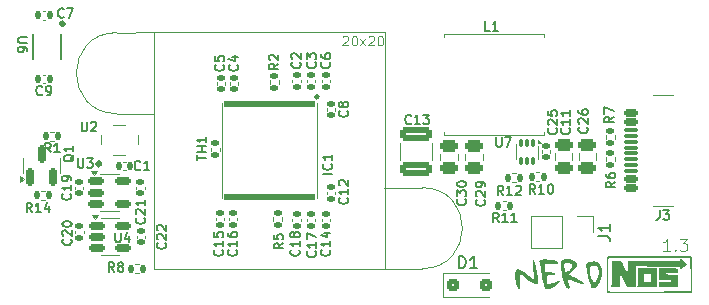
<source format=gto>
G04 #@! TF.GenerationSoftware,KiCad,Pcbnew,8.0.1-8.0.1-1~ubuntu22.04.1*
G04 #@! TF.CreationDate,2024-09-21T11:56:38+02:00*
G04 #@! TF.ProjectId,NerdNOS,4e657264-4e4f-4532-9e6b-696361645f70,rev?*
G04 #@! TF.SameCoordinates,Original*
G04 #@! TF.FileFunction,Legend,Top*
G04 #@! TF.FilePolarity,Positive*
%FSLAX46Y46*%
G04 Gerber Fmt 4.6, Leading zero omitted, Abs format (unit mm)*
G04 Created by KiCad (PCBNEW 8.0.1-8.0.1-1~ubuntu22.04.1) date 2024-09-21 11:56:38*
%MOMM*%
%LPD*%
G01*
G04 APERTURE LIST*
G04 Aperture macros list*
%AMRoundRect*
0 Rectangle with rounded corners*
0 $1 Rounding radius*
0 $2 $3 $4 $5 $6 $7 $8 $9 X,Y pos of 4 corners*
0 Add a 4 corners polygon primitive as box body*
4,1,4,$2,$3,$4,$5,$6,$7,$8,$9,$2,$3,0*
0 Add four circle primitives for the rounded corners*
1,1,$1+$1,$2,$3*
1,1,$1+$1,$4,$5*
1,1,$1+$1,$6,$7*
1,1,$1+$1,$8,$9*
0 Add four rect primitives between the rounded corners*
20,1,$1+$1,$2,$3,$4,$5,0*
20,1,$1+$1,$4,$5,$6,$7,0*
20,1,$1+$1,$6,$7,$8,$9,0*
20,1,$1+$1,$8,$9,$2,$3,0*%
G04 Aperture macros list end*
%ADD10C,0.100000*%
%ADD11C,0.150000*%
%ADD12C,0.120000*%
%ADD13C,0.000000*%
%ADD14C,0.313180*%
%ADD15C,0.250000*%
%ADD16C,0.152400*%
%ADD17C,0.297065*%
%ADD18C,0.010000*%
%ADD19RoundRect,0.250000X-0.300000X-0.300000X0.300000X-0.300000X0.300000X0.300000X-0.300000X0.300000X0*%
%ADD20RoundRect,0.150000X-0.512500X-0.150000X0.512500X-0.150000X0.512500X0.150000X-0.512500X0.150000X0*%
%ADD21RoundRect,0.135000X0.185000X-0.135000X0.185000X0.135000X-0.185000X0.135000X-0.185000X-0.135000X0*%
%ADD22R,2.700000X7.500000*%
%ADD23RoundRect,0.140000X0.170000X-0.140000X0.170000X0.140000X-0.170000X0.140000X-0.170000X-0.140000X0*%
%ADD24RoundRect,0.140000X-0.170000X0.140000X-0.170000X-0.140000X0.170000X-0.140000X0.170000X0.140000X0*%
%ADD25R,1.700000X1.700000*%
%ADD26O,1.700000X1.700000*%
%ADD27RoundRect,0.250000X-0.475000X0.250000X-0.475000X-0.250000X0.475000X-0.250000X0.475000X0.250000X0*%
%ADD28RoundRect,0.140000X0.140000X0.170000X-0.140000X0.170000X-0.140000X-0.170000X0.140000X-0.170000X0*%
%ADD29RoundRect,0.150000X0.150000X-0.587500X0.150000X0.587500X-0.150000X0.587500X-0.150000X-0.587500X0*%
%ADD30RoundRect,0.135000X-0.185000X0.135000X-0.185000X-0.135000X0.185000X-0.135000X0.185000X0.135000X0*%
%ADD31C,0.650000*%
%ADD32RoundRect,0.150000X0.425000X-0.150000X0.425000X0.150000X-0.425000X0.150000X-0.425000X-0.150000X0*%
%ADD33RoundRect,0.075000X0.500000X-0.075000X0.500000X0.075000X-0.500000X0.075000X-0.500000X-0.075000X0*%
%ADD34O,2.100000X1.000000*%
%ADD35O,1.800000X1.000000*%
%ADD36RoundRect,0.135000X0.135000X0.185000X-0.135000X0.185000X-0.135000X-0.185000X0.135000X-0.185000X0*%
%ADD37R,1.300000X1.100000*%
%ADD38RoundRect,0.250000X-1.100000X0.325000X-1.100000X-0.325000X1.100000X-0.325000X1.100000X0.325000X0*%
%ADD39C,2.000000*%
%ADD40RoundRect,0.135000X-0.135000X-0.185000X0.135000X-0.185000X0.135000X0.185000X-0.135000X0.185000X0*%
%ADD41RoundRect,0.236600X-0.000010X0.295000X-0.000010X-0.295000X0.000010X-0.295000X0.000010X0.295000X0*%
%ADD42R,0.254000X0.762000*%
%ADD43C,3.200000*%
%ADD44RoundRect,0.075000X-0.075000X0.275000X-0.075000X-0.275000X0.075000X-0.275000X0.075000X0.275000X0*%
%ADD45C,1.700000*%
G04 APERTURE END LIST*
D10*
X110518169Y-56573085D02*
X110556265Y-56534990D01*
X110556265Y-56534990D02*
X110632455Y-56496895D01*
X110632455Y-56496895D02*
X110822931Y-56496895D01*
X110822931Y-56496895D02*
X110899122Y-56534990D01*
X110899122Y-56534990D02*
X110937217Y-56573085D01*
X110937217Y-56573085D02*
X110975312Y-56649276D01*
X110975312Y-56649276D02*
X110975312Y-56725466D01*
X110975312Y-56725466D02*
X110937217Y-56839752D01*
X110937217Y-56839752D02*
X110480074Y-57296895D01*
X110480074Y-57296895D02*
X110975312Y-57296895D01*
X111470551Y-56496895D02*
X111546741Y-56496895D01*
X111546741Y-56496895D02*
X111622932Y-56534990D01*
X111622932Y-56534990D02*
X111661027Y-56573085D01*
X111661027Y-56573085D02*
X111699122Y-56649276D01*
X111699122Y-56649276D02*
X111737217Y-56801657D01*
X111737217Y-56801657D02*
X111737217Y-56992133D01*
X111737217Y-56992133D02*
X111699122Y-57144514D01*
X111699122Y-57144514D02*
X111661027Y-57220704D01*
X111661027Y-57220704D02*
X111622932Y-57258800D01*
X111622932Y-57258800D02*
X111546741Y-57296895D01*
X111546741Y-57296895D02*
X111470551Y-57296895D01*
X111470551Y-57296895D02*
X111394360Y-57258800D01*
X111394360Y-57258800D02*
X111356265Y-57220704D01*
X111356265Y-57220704D02*
X111318170Y-57144514D01*
X111318170Y-57144514D02*
X111280074Y-56992133D01*
X111280074Y-56992133D02*
X111280074Y-56801657D01*
X111280074Y-56801657D02*
X111318170Y-56649276D01*
X111318170Y-56649276D02*
X111356265Y-56573085D01*
X111356265Y-56573085D02*
X111394360Y-56534990D01*
X111394360Y-56534990D02*
X111470551Y-56496895D01*
X112003884Y-57296895D02*
X112422932Y-56763561D01*
X112003884Y-56763561D02*
X112422932Y-57296895D01*
X112689598Y-56573085D02*
X112727694Y-56534990D01*
X112727694Y-56534990D02*
X112803884Y-56496895D01*
X112803884Y-56496895D02*
X112994360Y-56496895D01*
X112994360Y-56496895D02*
X113070551Y-56534990D01*
X113070551Y-56534990D02*
X113108646Y-56573085D01*
X113108646Y-56573085D02*
X113146741Y-56649276D01*
X113146741Y-56649276D02*
X113146741Y-56725466D01*
X113146741Y-56725466D02*
X113108646Y-56839752D01*
X113108646Y-56839752D02*
X112651503Y-57296895D01*
X112651503Y-57296895D02*
X113146741Y-57296895D01*
X113641980Y-56496895D02*
X113718170Y-56496895D01*
X113718170Y-56496895D02*
X113794361Y-56534990D01*
X113794361Y-56534990D02*
X113832456Y-56573085D01*
X113832456Y-56573085D02*
X113870551Y-56649276D01*
X113870551Y-56649276D02*
X113908646Y-56801657D01*
X113908646Y-56801657D02*
X113908646Y-56992133D01*
X113908646Y-56992133D02*
X113870551Y-57144514D01*
X113870551Y-57144514D02*
X113832456Y-57220704D01*
X113832456Y-57220704D02*
X113794361Y-57258800D01*
X113794361Y-57258800D02*
X113718170Y-57296895D01*
X113718170Y-57296895D02*
X113641980Y-57296895D01*
X113641980Y-57296895D02*
X113565789Y-57258800D01*
X113565789Y-57258800D02*
X113527694Y-57220704D01*
X113527694Y-57220704D02*
X113489599Y-57144514D01*
X113489599Y-57144514D02*
X113451503Y-56992133D01*
X113451503Y-56992133D02*
X113451503Y-56801657D01*
X113451503Y-56801657D02*
X113489599Y-56649276D01*
X113489599Y-56649276D02*
X113527694Y-56573085D01*
X113527694Y-56573085D02*
X113565789Y-56534990D01*
X113565789Y-56534990D02*
X113641980Y-56496895D01*
X138227693Y-74672419D02*
X137656265Y-74672419D01*
X137941979Y-74672419D02*
X137941979Y-73672419D01*
X137941979Y-73672419D02*
X137846741Y-73815276D01*
X137846741Y-73815276D02*
X137751503Y-73910514D01*
X137751503Y-73910514D02*
X137656265Y-73958133D01*
X138656265Y-74577180D02*
X138703884Y-74624800D01*
X138703884Y-74624800D02*
X138656265Y-74672419D01*
X138656265Y-74672419D02*
X138608646Y-74624800D01*
X138608646Y-74624800D02*
X138656265Y-74577180D01*
X138656265Y-74577180D02*
X138656265Y-74672419D01*
X139037217Y-73672419D02*
X139656264Y-73672419D01*
X139656264Y-73672419D02*
X139322931Y-74053371D01*
X139322931Y-74053371D02*
X139465788Y-74053371D01*
X139465788Y-74053371D02*
X139561026Y-74100990D01*
X139561026Y-74100990D02*
X139608645Y-74148609D01*
X139608645Y-74148609D02*
X139656264Y-74243847D01*
X139656264Y-74243847D02*
X139656264Y-74481942D01*
X139656264Y-74481942D02*
X139608645Y-74577180D01*
X139608645Y-74577180D02*
X139561026Y-74624800D01*
X139561026Y-74624800D02*
X139465788Y-74672419D01*
X139465788Y-74672419D02*
X139180074Y-74672419D01*
X139180074Y-74672419D02*
X139084836Y-74624800D01*
X139084836Y-74624800D02*
X139037217Y-74577180D01*
D11*
X120334905Y-76149819D02*
X120334905Y-75149819D01*
X120334905Y-75149819D02*
X120573000Y-75149819D01*
X120573000Y-75149819D02*
X120715857Y-75197438D01*
X120715857Y-75197438D02*
X120811095Y-75292676D01*
X120811095Y-75292676D02*
X120858714Y-75387914D01*
X120858714Y-75387914D02*
X120906333Y-75578390D01*
X120906333Y-75578390D02*
X120906333Y-75721247D01*
X120906333Y-75721247D02*
X120858714Y-75911723D01*
X120858714Y-75911723D02*
X120811095Y-76006961D01*
X120811095Y-76006961D02*
X120715857Y-76102200D01*
X120715857Y-76102200D02*
X120573000Y-76149819D01*
X120573000Y-76149819D02*
X120334905Y-76149819D01*
X121858714Y-76149819D02*
X121287286Y-76149819D01*
X121573000Y-76149819D02*
X121573000Y-75149819D01*
X121573000Y-75149819D02*
X121477762Y-75292676D01*
X121477762Y-75292676D02*
X121382524Y-75387914D01*
X121382524Y-75387914D02*
X121287286Y-75435533D01*
X91227976Y-73162295D02*
X91227976Y-73809914D01*
X91227976Y-73809914D02*
X91266071Y-73886104D01*
X91266071Y-73886104D02*
X91304166Y-73924200D01*
X91304166Y-73924200D02*
X91380357Y-73962295D01*
X91380357Y-73962295D02*
X91532738Y-73962295D01*
X91532738Y-73962295D02*
X91608928Y-73924200D01*
X91608928Y-73924200D02*
X91647023Y-73886104D01*
X91647023Y-73886104D02*
X91685119Y-73809914D01*
X91685119Y-73809914D02*
X91685119Y-73162295D01*
X92408928Y-73428961D02*
X92408928Y-73962295D01*
X92218452Y-73124200D02*
X92027975Y-73695628D01*
X92027975Y-73695628D02*
X92523214Y-73695628D01*
X133462295Y-63333332D02*
X133081342Y-63599999D01*
X133462295Y-63790475D02*
X132662295Y-63790475D01*
X132662295Y-63790475D02*
X132662295Y-63485713D01*
X132662295Y-63485713D02*
X132700390Y-63409523D01*
X132700390Y-63409523D02*
X132738485Y-63371428D01*
X132738485Y-63371428D02*
X132814676Y-63333332D01*
X132814676Y-63333332D02*
X132928961Y-63333332D01*
X132928961Y-63333332D02*
X133005152Y-63371428D01*
X133005152Y-63371428D02*
X133043247Y-63409523D01*
X133043247Y-63409523D02*
X133081342Y-63485713D01*
X133081342Y-63485713D02*
X133081342Y-63790475D01*
X132662295Y-63066666D02*
X132662295Y-62533332D01*
X132662295Y-62533332D02*
X133462295Y-62876190D01*
X122966666Y-56062295D02*
X122585714Y-56062295D01*
X122585714Y-56062295D02*
X122585714Y-55262295D01*
X123652380Y-56062295D02*
X123195237Y-56062295D01*
X123423809Y-56062295D02*
X123423809Y-55262295D01*
X123423809Y-55262295D02*
X123347618Y-55376580D01*
X123347618Y-55376580D02*
X123271428Y-55452771D01*
X123271428Y-55452771D02*
X123195237Y-55490866D01*
X100386104Y-58933332D02*
X100424200Y-58971428D01*
X100424200Y-58971428D02*
X100462295Y-59085713D01*
X100462295Y-59085713D02*
X100462295Y-59161904D01*
X100462295Y-59161904D02*
X100424200Y-59276190D01*
X100424200Y-59276190D02*
X100348009Y-59352380D01*
X100348009Y-59352380D02*
X100271819Y-59390475D01*
X100271819Y-59390475D02*
X100119438Y-59428571D01*
X100119438Y-59428571D02*
X100005152Y-59428571D01*
X100005152Y-59428571D02*
X99852771Y-59390475D01*
X99852771Y-59390475D02*
X99776580Y-59352380D01*
X99776580Y-59352380D02*
X99700390Y-59276190D01*
X99700390Y-59276190D02*
X99662295Y-59161904D01*
X99662295Y-59161904D02*
X99662295Y-59085713D01*
X99662295Y-59085713D02*
X99700390Y-58971428D01*
X99700390Y-58971428D02*
X99738485Y-58933332D01*
X99662295Y-58209523D02*
X99662295Y-58590475D01*
X99662295Y-58590475D02*
X100043247Y-58628571D01*
X100043247Y-58628571D02*
X100005152Y-58590475D01*
X100005152Y-58590475D02*
X99967057Y-58514285D01*
X99967057Y-58514285D02*
X99967057Y-58323809D01*
X99967057Y-58323809D02*
X100005152Y-58247618D01*
X100005152Y-58247618D02*
X100043247Y-58209523D01*
X100043247Y-58209523D02*
X100119438Y-58171428D01*
X100119438Y-58171428D02*
X100309914Y-58171428D01*
X100309914Y-58171428D02*
X100386104Y-58209523D01*
X100386104Y-58209523D02*
X100424200Y-58247618D01*
X100424200Y-58247618D02*
X100462295Y-58323809D01*
X100462295Y-58323809D02*
X100462295Y-58514285D01*
X100462295Y-58514285D02*
X100424200Y-58590475D01*
X100424200Y-58590475D02*
X100386104Y-58628571D01*
X109386104Y-58733332D02*
X109424200Y-58771428D01*
X109424200Y-58771428D02*
X109462295Y-58885713D01*
X109462295Y-58885713D02*
X109462295Y-58961904D01*
X109462295Y-58961904D02*
X109424200Y-59076190D01*
X109424200Y-59076190D02*
X109348009Y-59152380D01*
X109348009Y-59152380D02*
X109271819Y-59190475D01*
X109271819Y-59190475D02*
X109119438Y-59228571D01*
X109119438Y-59228571D02*
X109005152Y-59228571D01*
X109005152Y-59228571D02*
X108852771Y-59190475D01*
X108852771Y-59190475D02*
X108776580Y-59152380D01*
X108776580Y-59152380D02*
X108700390Y-59076190D01*
X108700390Y-59076190D02*
X108662295Y-58961904D01*
X108662295Y-58961904D02*
X108662295Y-58885713D01*
X108662295Y-58885713D02*
X108700390Y-58771428D01*
X108700390Y-58771428D02*
X108738485Y-58733332D01*
X108662295Y-58047618D02*
X108662295Y-58199999D01*
X108662295Y-58199999D02*
X108700390Y-58276190D01*
X108700390Y-58276190D02*
X108738485Y-58314285D01*
X108738485Y-58314285D02*
X108852771Y-58390475D01*
X108852771Y-58390475D02*
X109005152Y-58428571D01*
X109005152Y-58428571D02*
X109309914Y-58428571D01*
X109309914Y-58428571D02*
X109386104Y-58390475D01*
X109386104Y-58390475D02*
X109424200Y-58352380D01*
X109424200Y-58352380D02*
X109462295Y-58276190D01*
X109462295Y-58276190D02*
X109462295Y-58123809D01*
X109462295Y-58123809D02*
X109424200Y-58047618D01*
X109424200Y-58047618D02*
X109386104Y-58009523D01*
X109386104Y-58009523D02*
X109309914Y-57971428D01*
X109309914Y-57971428D02*
X109119438Y-57971428D01*
X109119438Y-57971428D02*
X109043247Y-58009523D01*
X109043247Y-58009523D02*
X109005152Y-58047618D01*
X109005152Y-58047618D02*
X108967057Y-58123809D01*
X108967057Y-58123809D02*
X108967057Y-58276190D01*
X108967057Y-58276190D02*
X109005152Y-58352380D01*
X109005152Y-58352380D02*
X109043247Y-58390475D01*
X109043247Y-58390475D02*
X109119438Y-58428571D01*
X132124819Y-73433333D02*
X132839104Y-73433333D01*
X132839104Y-73433333D02*
X132981961Y-73480952D01*
X132981961Y-73480952D02*
X133077200Y-73576190D01*
X133077200Y-73576190D02*
X133124819Y-73719047D01*
X133124819Y-73719047D02*
X133124819Y-73814285D01*
X133124819Y-72433333D02*
X133124819Y-73004761D01*
X133124819Y-72719047D02*
X132124819Y-72719047D01*
X132124819Y-72719047D02*
X132267676Y-72814285D01*
X132267676Y-72814285D02*
X132362914Y-72909523D01*
X132362914Y-72909523D02*
X132410533Y-73004761D01*
X122486104Y-70364285D02*
X122524200Y-70402381D01*
X122524200Y-70402381D02*
X122562295Y-70516666D01*
X122562295Y-70516666D02*
X122562295Y-70592857D01*
X122562295Y-70592857D02*
X122524200Y-70707143D01*
X122524200Y-70707143D02*
X122448009Y-70783333D01*
X122448009Y-70783333D02*
X122371819Y-70821428D01*
X122371819Y-70821428D02*
X122219438Y-70859524D01*
X122219438Y-70859524D02*
X122105152Y-70859524D01*
X122105152Y-70859524D02*
X121952771Y-70821428D01*
X121952771Y-70821428D02*
X121876580Y-70783333D01*
X121876580Y-70783333D02*
X121800390Y-70707143D01*
X121800390Y-70707143D02*
X121762295Y-70592857D01*
X121762295Y-70592857D02*
X121762295Y-70516666D01*
X121762295Y-70516666D02*
X121800390Y-70402381D01*
X121800390Y-70402381D02*
X121838485Y-70364285D01*
X121838485Y-70059524D02*
X121800390Y-70021428D01*
X121800390Y-70021428D02*
X121762295Y-69945238D01*
X121762295Y-69945238D02*
X121762295Y-69754762D01*
X121762295Y-69754762D02*
X121800390Y-69678571D01*
X121800390Y-69678571D02*
X121838485Y-69640476D01*
X121838485Y-69640476D02*
X121914676Y-69602381D01*
X121914676Y-69602381D02*
X121990866Y-69602381D01*
X121990866Y-69602381D02*
X122105152Y-69640476D01*
X122105152Y-69640476D02*
X122562295Y-70097619D01*
X122562295Y-70097619D02*
X122562295Y-69602381D01*
X122562295Y-69221428D02*
X122562295Y-69069047D01*
X122562295Y-69069047D02*
X122524200Y-68992857D01*
X122524200Y-68992857D02*
X122486104Y-68954761D01*
X122486104Y-68954761D02*
X122371819Y-68878571D01*
X122371819Y-68878571D02*
X122219438Y-68840476D01*
X122219438Y-68840476D02*
X121914676Y-68840476D01*
X121914676Y-68840476D02*
X121838485Y-68878571D01*
X121838485Y-68878571D02*
X121800390Y-68916666D01*
X121800390Y-68916666D02*
X121762295Y-68992857D01*
X121762295Y-68992857D02*
X121762295Y-69145238D01*
X121762295Y-69145238D02*
X121800390Y-69221428D01*
X121800390Y-69221428D02*
X121838485Y-69259523D01*
X121838485Y-69259523D02*
X121914676Y-69297619D01*
X121914676Y-69297619D02*
X122105152Y-69297619D01*
X122105152Y-69297619D02*
X122181342Y-69259523D01*
X122181342Y-69259523D02*
X122219438Y-69221428D01*
X122219438Y-69221428D02*
X122257533Y-69145238D01*
X122257533Y-69145238D02*
X122257533Y-68992857D01*
X122257533Y-68992857D02*
X122219438Y-68916666D01*
X122219438Y-68916666D02*
X122181342Y-68878571D01*
X122181342Y-68878571D02*
X122105152Y-68840476D01*
X86866667Y-54886104D02*
X86828571Y-54924200D01*
X86828571Y-54924200D02*
X86714286Y-54962295D01*
X86714286Y-54962295D02*
X86638095Y-54962295D01*
X86638095Y-54962295D02*
X86523809Y-54924200D01*
X86523809Y-54924200D02*
X86447619Y-54848009D01*
X86447619Y-54848009D02*
X86409524Y-54771819D01*
X86409524Y-54771819D02*
X86371428Y-54619438D01*
X86371428Y-54619438D02*
X86371428Y-54505152D01*
X86371428Y-54505152D02*
X86409524Y-54352771D01*
X86409524Y-54352771D02*
X86447619Y-54276580D01*
X86447619Y-54276580D02*
X86523809Y-54200390D01*
X86523809Y-54200390D02*
X86638095Y-54162295D01*
X86638095Y-54162295D02*
X86714286Y-54162295D01*
X86714286Y-54162295D02*
X86828571Y-54200390D01*
X86828571Y-54200390D02*
X86866667Y-54238485D01*
X87133333Y-54162295D02*
X87666667Y-54162295D01*
X87666667Y-54162295D02*
X87323809Y-54962295D01*
X87738485Y-66543689D02*
X87700390Y-66619879D01*
X87700390Y-66619879D02*
X87624200Y-66696070D01*
X87624200Y-66696070D02*
X87509914Y-66810356D01*
X87509914Y-66810356D02*
X87471819Y-66886546D01*
X87471819Y-66886546D02*
X87471819Y-66962737D01*
X87662295Y-66924641D02*
X87624200Y-67000832D01*
X87624200Y-67000832D02*
X87548009Y-67077022D01*
X87548009Y-67077022D02*
X87395628Y-67115118D01*
X87395628Y-67115118D02*
X87128961Y-67115118D01*
X87128961Y-67115118D02*
X86976580Y-67077022D01*
X86976580Y-67077022D02*
X86900390Y-67000832D01*
X86900390Y-67000832D02*
X86862295Y-66924641D01*
X86862295Y-66924641D02*
X86862295Y-66772260D01*
X86862295Y-66772260D02*
X86900390Y-66696070D01*
X86900390Y-66696070D02*
X86976580Y-66619879D01*
X86976580Y-66619879D02*
X87128961Y-66581784D01*
X87128961Y-66581784D02*
X87395628Y-66581784D01*
X87395628Y-66581784D02*
X87548009Y-66619879D01*
X87548009Y-66619879D02*
X87624200Y-66696070D01*
X87624200Y-66696070D02*
X87662295Y-66772260D01*
X87662295Y-66772260D02*
X87662295Y-66924641D01*
X87662295Y-65819880D02*
X87662295Y-66277023D01*
X87662295Y-66048451D02*
X86862295Y-66048451D01*
X86862295Y-66048451D02*
X86976580Y-66124642D01*
X86976580Y-66124642D02*
X87052771Y-66200832D01*
X87052771Y-66200832D02*
X87090866Y-66277023D01*
X106886104Y-58733332D02*
X106924200Y-58771428D01*
X106924200Y-58771428D02*
X106962295Y-58885713D01*
X106962295Y-58885713D02*
X106962295Y-58961904D01*
X106962295Y-58961904D02*
X106924200Y-59076190D01*
X106924200Y-59076190D02*
X106848009Y-59152380D01*
X106848009Y-59152380D02*
X106771819Y-59190475D01*
X106771819Y-59190475D02*
X106619438Y-59228571D01*
X106619438Y-59228571D02*
X106505152Y-59228571D01*
X106505152Y-59228571D02*
X106352771Y-59190475D01*
X106352771Y-59190475D02*
X106276580Y-59152380D01*
X106276580Y-59152380D02*
X106200390Y-59076190D01*
X106200390Y-59076190D02*
X106162295Y-58961904D01*
X106162295Y-58961904D02*
X106162295Y-58885713D01*
X106162295Y-58885713D02*
X106200390Y-58771428D01*
X106200390Y-58771428D02*
X106238485Y-58733332D01*
X106238485Y-58428571D02*
X106200390Y-58390475D01*
X106200390Y-58390475D02*
X106162295Y-58314285D01*
X106162295Y-58314285D02*
X106162295Y-58123809D01*
X106162295Y-58123809D02*
X106200390Y-58047618D01*
X106200390Y-58047618D02*
X106238485Y-58009523D01*
X106238485Y-58009523D02*
X106314676Y-57971428D01*
X106314676Y-57971428D02*
X106390866Y-57971428D01*
X106390866Y-57971428D02*
X106505152Y-58009523D01*
X106505152Y-58009523D02*
X106962295Y-58466666D01*
X106962295Y-58466666D02*
X106962295Y-57971428D01*
X133562295Y-68833332D02*
X133181342Y-69099999D01*
X133562295Y-69290475D02*
X132762295Y-69290475D01*
X132762295Y-69290475D02*
X132762295Y-68985713D01*
X132762295Y-68985713D02*
X132800390Y-68909523D01*
X132800390Y-68909523D02*
X132838485Y-68871428D01*
X132838485Y-68871428D02*
X132914676Y-68833332D01*
X132914676Y-68833332D02*
X133028961Y-68833332D01*
X133028961Y-68833332D02*
X133105152Y-68871428D01*
X133105152Y-68871428D02*
X133143247Y-68909523D01*
X133143247Y-68909523D02*
X133181342Y-68985713D01*
X133181342Y-68985713D02*
X133181342Y-69290475D01*
X132762295Y-68147618D02*
X132762295Y-68299999D01*
X132762295Y-68299999D02*
X132800390Y-68376190D01*
X132800390Y-68376190D02*
X132838485Y-68414285D01*
X132838485Y-68414285D02*
X132952771Y-68490475D01*
X132952771Y-68490475D02*
X133105152Y-68528571D01*
X133105152Y-68528571D02*
X133409914Y-68528571D01*
X133409914Y-68528571D02*
X133486104Y-68490475D01*
X133486104Y-68490475D02*
X133524200Y-68452380D01*
X133524200Y-68452380D02*
X133562295Y-68376190D01*
X133562295Y-68376190D02*
X133562295Y-68223809D01*
X133562295Y-68223809D02*
X133524200Y-68147618D01*
X133524200Y-68147618D02*
X133486104Y-68109523D01*
X133486104Y-68109523D02*
X133409914Y-68071428D01*
X133409914Y-68071428D02*
X133219438Y-68071428D01*
X133219438Y-68071428D02*
X133143247Y-68109523D01*
X133143247Y-68109523D02*
X133105152Y-68147618D01*
X133105152Y-68147618D02*
X133067057Y-68223809D01*
X133067057Y-68223809D02*
X133067057Y-68376190D01*
X133067057Y-68376190D02*
X133105152Y-68452380D01*
X133105152Y-68452380D02*
X133143247Y-68490475D01*
X133143247Y-68490475D02*
X133219438Y-68528571D01*
X87486104Y-73714285D02*
X87524200Y-73752381D01*
X87524200Y-73752381D02*
X87562295Y-73866666D01*
X87562295Y-73866666D02*
X87562295Y-73942857D01*
X87562295Y-73942857D02*
X87524200Y-74057143D01*
X87524200Y-74057143D02*
X87448009Y-74133333D01*
X87448009Y-74133333D02*
X87371819Y-74171428D01*
X87371819Y-74171428D02*
X87219438Y-74209524D01*
X87219438Y-74209524D02*
X87105152Y-74209524D01*
X87105152Y-74209524D02*
X86952771Y-74171428D01*
X86952771Y-74171428D02*
X86876580Y-74133333D01*
X86876580Y-74133333D02*
X86800390Y-74057143D01*
X86800390Y-74057143D02*
X86762295Y-73942857D01*
X86762295Y-73942857D02*
X86762295Y-73866666D01*
X86762295Y-73866666D02*
X86800390Y-73752381D01*
X86800390Y-73752381D02*
X86838485Y-73714285D01*
X86838485Y-73409524D02*
X86800390Y-73371428D01*
X86800390Y-73371428D02*
X86762295Y-73295238D01*
X86762295Y-73295238D02*
X86762295Y-73104762D01*
X86762295Y-73104762D02*
X86800390Y-73028571D01*
X86800390Y-73028571D02*
X86838485Y-72990476D01*
X86838485Y-72990476D02*
X86914676Y-72952381D01*
X86914676Y-72952381D02*
X86990866Y-72952381D01*
X86990866Y-72952381D02*
X87105152Y-72990476D01*
X87105152Y-72990476D02*
X87562295Y-73447619D01*
X87562295Y-73447619D02*
X87562295Y-72952381D01*
X86762295Y-72457142D02*
X86762295Y-72380952D01*
X86762295Y-72380952D02*
X86800390Y-72304761D01*
X86800390Y-72304761D02*
X86838485Y-72266666D01*
X86838485Y-72266666D02*
X86914676Y-72228571D01*
X86914676Y-72228571D02*
X87067057Y-72190476D01*
X87067057Y-72190476D02*
X87257533Y-72190476D01*
X87257533Y-72190476D02*
X87409914Y-72228571D01*
X87409914Y-72228571D02*
X87486104Y-72266666D01*
X87486104Y-72266666D02*
X87524200Y-72304761D01*
X87524200Y-72304761D02*
X87562295Y-72380952D01*
X87562295Y-72380952D02*
X87562295Y-72457142D01*
X87562295Y-72457142D02*
X87524200Y-72533333D01*
X87524200Y-72533333D02*
X87486104Y-72571428D01*
X87486104Y-72571428D02*
X87409914Y-72609523D01*
X87409914Y-72609523D02*
X87257533Y-72647619D01*
X87257533Y-72647619D02*
X87067057Y-72647619D01*
X87067057Y-72647619D02*
X86914676Y-72609523D01*
X86914676Y-72609523D02*
X86838485Y-72571428D01*
X86838485Y-72571428D02*
X86800390Y-72533333D01*
X86800390Y-72533333D02*
X86762295Y-72457142D01*
X105462295Y-74033332D02*
X105081342Y-74299999D01*
X105462295Y-74490475D02*
X104662295Y-74490475D01*
X104662295Y-74490475D02*
X104662295Y-74185713D01*
X104662295Y-74185713D02*
X104700390Y-74109523D01*
X104700390Y-74109523D02*
X104738485Y-74071428D01*
X104738485Y-74071428D02*
X104814676Y-74033332D01*
X104814676Y-74033332D02*
X104928961Y-74033332D01*
X104928961Y-74033332D02*
X105005152Y-74071428D01*
X105005152Y-74071428D02*
X105043247Y-74109523D01*
X105043247Y-74109523D02*
X105081342Y-74185713D01*
X105081342Y-74185713D02*
X105081342Y-74490475D01*
X104662295Y-73309523D02*
X104662295Y-73690475D01*
X104662295Y-73690475D02*
X105043247Y-73728571D01*
X105043247Y-73728571D02*
X105005152Y-73690475D01*
X105005152Y-73690475D02*
X104967057Y-73614285D01*
X104967057Y-73614285D02*
X104967057Y-73423809D01*
X104967057Y-73423809D02*
X105005152Y-73347618D01*
X105005152Y-73347618D02*
X105043247Y-73309523D01*
X105043247Y-73309523D02*
X105119438Y-73271428D01*
X105119438Y-73271428D02*
X105309914Y-73271428D01*
X105309914Y-73271428D02*
X105386104Y-73309523D01*
X105386104Y-73309523D02*
X105424200Y-73347618D01*
X105424200Y-73347618D02*
X105462295Y-73423809D01*
X105462295Y-73423809D02*
X105462295Y-73614285D01*
X105462295Y-73614285D02*
X105424200Y-73690475D01*
X105424200Y-73690475D02*
X105386104Y-73728571D01*
X137333333Y-71262295D02*
X137333333Y-71833723D01*
X137333333Y-71833723D02*
X137295238Y-71948009D01*
X137295238Y-71948009D02*
X137219047Y-72024200D01*
X137219047Y-72024200D02*
X137104762Y-72062295D01*
X137104762Y-72062295D02*
X137028571Y-72062295D01*
X137638095Y-71262295D02*
X138133333Y-71262295D01*
X138133333Y-71262295D02*
X137866667Y-71567057D01*
X137866667Y-71567057D02*
X137980952Y-71567057D01*
X137980952Y-71567057D02*
X138057143Y-71605152D01*
X138057143Y-71605152D02*
X138095238Y-71643247D01*
X138095238Y-71643247D02*
X138133333Y-71719438D01*
X138133333Y-71719438D02*
X138133333Y-71909914D01*
X138133333Y-71909914D02*
X138095238Y-71986104D01*
X138095238Y-71986104D02*
X138057143Y-72024200D01*
X138057143Y-72024200D02*
X137980952Y-72062295D01*
X137980952Y-72062295D02*
X137752381Y-72062295D01*
X137752381Y-72062295D02*
X137676190Y-72024200D01*
X137676190Y-72024200D02*
X137638095Y-71986104D01*
X106786104Y-74614285D02*
X106824200Y-74652381D01*
X106824200Y-74652381D02*
X106862295Y-74766666D01*
X106862295Y-74766666D02*
X106862295Y-74842857D01*
X106862295Y-74842857D02*
X106824200Y-74957143D01*
X106824200Y-74957143D02*
X106748009Y-75033333D01*
X106748009Y-75033333D02*
X106671819Y-75071428D01*
X106671819Y-75071428D02*
X106519438Y-75109524D01*
X106519438Y-75109524D02*
X106405152Y-75109524D01*
X106405152Y-75109524D02*
X106252771Y-75071428D01*
X106252771Y-75071428D02*
X106176580Y-75033333D01*
X106176580Y-75033333D02*
X106100390Y-74957143D01*
X106100390Y-74957143D02*
X106062295Y-74842857D01*
X106062295Y-74842857D02*
X106062295Y-74766666D01*
X106062295Y-74766666D02*
X106100390Y-74652381D01*
X106100390Y-74652381D02*
X106138485Y-74614285D01*
X106862295Y-73852381D02*
X106862295Y-74309524D01*
X106862295Y-74080952D02*
X106062295Y-74080952D01*
X106062295Y-74080952D02*
X106176580Y-74157143D01*
X106176580Y-74157143D02*
X106252771Y-74233333D01*
X106252771Y-74233333D02*
X106290866Y-74309524D01*
X106405152Y-73395238D02*
X106367057Y-73471428D01*
X106367057Y-73471428D02*
X106328961Y-73509523D01*
X106328961Y-73509523D02*
X106252771Y-73547619D01*
X106252771Y-73547619D02*
X106214676Y-73547619D01*
X106214676Y-73547619D02*
X106138485Y-73509523D01*
X106138485Y-73509523D02*
X106100390Y-73471428D01*
X106100390Y-73471428D02*
X106062295Y-73395238D01*
X106062295Y-73395238D02*
X106062295Y-73242857D01*
X106062295Y-73242857D02*
X106100390Y-73166666D01*
X106100390Y-73166666D02*
X106138485Y-73128571D01*
X106138485Y-73128571D02*
X106214676Y-73090476D01*
X106214676Y-73090476D02*
X106252771Y-73090476D01*
X106252771Y-73090476D02*
X106328961Y-73128571D01*
X106328961Y-73128571D02*
X106367057Y-73166666D01*
X106367057Y-73166666D02*
X106405152Y-73242857D01*
X106405152Y-73242857D02*
X106405152Y-73395238D01*
X106405152Y-73395238D02*
X106443247Y-73471428D01*
X106443247Y-73471428D02*
X106481342Y-73509523D01*
X106481342Y-73509523D02*
X106557533Y-73547619D01*
X106557533Y-73547619D02*
X106709914Y-73547619D01*
X106709914Y-73547619D02*
X106786104Y-73509523D01*
X106786104Y-73509523D02*
X106824200Y-73471428D01*
X106824200Y-73471428D02*
X106862295Y-73395238D01*
X106862295Y-73395238D02*
X106862295Y-73242857D01*
X106862295Y-73242857D02*
X106824200Y-73166666D01*
X106824200Y-73166666D02*
X106786104Y-73128571D01*
X106786104Y-73128571D02*
X106709914Y-73090476D01*
X106709914Y-73090476D02*
X106557533Y-73090476D01*
X106557533Y-73090476D02*
X106481342Y-73128571D01*
X106481342Y-73128571D02*
X106443247Y-73166666D01*
X106443247Y-73166666D02*
X106405152Y-73242857D01*
X100286104Y-74614285D02*
X100324200Y-74652381D01*
X100324200Y-74652381D02*
X100362295Y-74766666D01*
X100362295Y-74766666D02*
X100362295Y-74842857D01*
X100362295Y-74842857D02*
X100324200Y-74957143D01*
X100324200Y-74957143D02*
X100248009Y-75033333D01*
X100248009Y-75033333D02*
X100171819Y-75071428D01*
X100171819Y-75071428D02*
X100019438Y-75109524D01*
X100019438Y-75109524D02*
X99905152Y-75109524D01*
X99905152Y-75109524D02*
X99752771Y-75071428D01*
X99752771Y-75071428D02*
X99676580Y-75033333D01*
X99676580Y-75033333D02*
X99600390Y-74957143D01*
X99600390Y-74957143D02*
X99562295Y-74842857D01*
X99562295Y-74842857D02*
X99562295Y-74766666D01*
X99562295Y-74766666D02*
X99600390Y-74652381D01*
X99600390Y-74652381D02*
X99638485Y-74614285D01*
X100362295Y-73852381D02*
X100362295Y-74309524D01*
X100362295Y-74080952D02*
X99562295Y-74080952D01*
X99562295Y-74080952D02*
X99676580Y-74157143D01*
X99676580Y-74157143D02*
X99752771Y-74233333D01*
X99752771Y-74233333D02*
X99790866Y-74309524D01*
X99562295Y-73128571D02*
X99562295Y-73509523D01*
X99562295Y-73509523D02*
X99943247Y-73547619D01*
X99943247Y-73547619D02*
X99905152Y-73509523D01*
X99905152Y-73509523D02*
X99867057Y-73433333D01*
X99867057Y-73433333D02*
X99867057Y-73242857D01*
X99867057Y-73242857D02*
X99905152Y-73166666D01*
X99905152Y-73166666D02*
X99943247Y-73128571D01*
X99943247Y-73128571D02*
X100019438Y-73090476D01*
X100019438Y-73090476D02*
X100209914Y-73090476D01*
X100209914Y-73090476D02*
X100286104Y-73128571D01*
X100286104Y-73128571D02*
X100324200Y-73166666D01*
X100324200Y-73166666D02*
X100362295Y-73242857D01*
X100362295Y-73242857D02*
X100362295Y-73433333D01*
X100362295Y-73433333D02*
X100324200Y-73509523D01*
X100324200Y-73509523D02*
X100286104Y-73547619D01*
X108186104Y-74714285D02*
X108224200Y-74752381D01*
X108224200Y-74752381D02*
X108262295Y-74866666D01*
X108262295Y-74866666D02*
X108262295Y-74942857D01*
X108262295Y-74942857D02*
X108224200Y-75057143D01*
X108224200Y-75057143D02*
X108148009Y-75133333D01*
X108148009Y-75133333D02*
X108071819Y-75171428D01*
X108071819Y-75171428D02*
X107919438Y-75209524D01*
X107919438Y-75209524D02*
X107805152Y-75209524D01*
X107805152Y-75209524D02*
X107652771Y-75171428D01*
X107652771Y-75171428D02*
X107576580Y-75133333D01*
X107576580Y-75133333D02*
X107500390Y-75057143D01*
X107500390Y-75057143D02*
X107462295Y-74942857D01*
X107462295Y-74942857D02*
X107462295Y-74866666D01*
X107462295Y-74866666D02*
X107500390Y-74752381D01*
X107500390Y-74752381D02*
X107538485Y-74714285D01*
X108262295Y-73952381D02*
X108262295Y-74409524D01*
X108262295Y-74180952D02*
X107462295Y-74180952D01*
X107462295Y-74180952D02*
X107576580Y-74257143D01*
X107576580Y-74257143D02*
X107652771Y-74333333D01*
X107652771Y-74333333D02*
X107690866Y-74409524D01*
X107462295Y-73685714D02*
X107462295Y-73152380D01*
X107462295Y-73152380D02*
X108262295Y-73495238D01*
X91166667Y-76462295D02*
X90900000Y-76081342D01*
X90709524Y-76462295D02*
X90709524Y-75662295D01*
X90709524Y-75662295D02*
X91014286Y-75662295D01*
X91014286Y-75662295D02*
X91090476Y-75700390D01*
X91090476Y-75700390D02*
X91128571Y-75738485D01*
X91128571Y-75738485D02*
X91166667Y-75814676D01*
X91166667Y-75814676D02*
X91166667Y-75928961D01*
X91166667Y-75928961D02*
X91128571Y-76005152D01*
X91128571Y-76005152D02*
X91090476Y-76043247D01*
X91090476Y-76043247D02*
X91014286Y-76081342D01*
X91014286Y-76081342D02*
X90709524Y-76081342D01*
X91623809Y-76005152D02*
X91547619Y-75967057D01*
X91547619Y-75967057D02*
X91509524Y-75928961D01*
X91509524Y-75928961D02*
X91471428Y-75852771D01*
X91471428Y-75852771D02*
X91471428Y-75814676D01*
X91471428Y-75814676D02*
X91509524Y-75738485D01*
X91509524Y-75738485D02*
X91547619Y-75700390D01*
X91547619Y-75700390D02*
X91623809Y-75662295D01*
X91623809Y-75662295D02*
X91776190Y-75662295D01*
X91776190Y-75662295D02*
X91852381Y-75700390D01*
X91852381Y-75700390D02*
X91890476Y-75738485D01*
X91890476Y-75738485D02*
X91928571Y-75814676D01*
X91928571Y-75814676D02*
X91928571Y-75852771D01*
X91928571Y-75852771D02*
X91890476Y-75928961D01*
X91890476Y-75928961D02*
X91852381Y-75967057D01*
X91852381Y-75967057D02*
X91776190Y-76005152D01*
X91776190Y-76005152D02*
X91623809Y-76005152D01*
X91623809Y-76005152D02*
X91547619Y-76043247D01*
X91547619Y-76043247D02*
X91509524Y-76081342D01*
X91509524Y-76081342D02*
X91471428Y-76157533D01*
X91471428Y-76157533D02*
X91471428Y-76309914D01*
X91471428Y-76309914D02*
X91509524Y-76386104D01*
X91509524Y-76386104D02*
X91547619Y-76424200D01*
X91547619Y-76424200D02*
X91623809Y-76462295D01*
X91623809Y-76462295D02*
X91776190Y-76462295D01*
X91776190Y-76462295D02*
X91852381Y-76424200D01*
X91852381Y-76424200D02*
X91890476Y-76386104D01*
X91890476Y-76386104D02*
X91928571Y-76309914D01*
X91928571Y-76309914D02*
X91928571Y-76157533D01*
X91928571Y-76157533D02*
X91890476Y-76081342D01*
X91890476Y-76081342D02*
X91852381Y-76043247D01*
X91852381Y-76043247D02*
X91776190Y-76005152D01*
X108186104Y-58733332D02*
X108224200Y-58771428D01*
X108224200Y-58771428D02*
X108262295Y-58885713D01*
X108262295Y-58885713D02*
X108262295Y-58961904D01*
X108262295Y-58961904D02*
X108224200Y-59076190D01*
X108224200Y-59076190D02*
X108148009Y-59152380D01*
X108148009Y-59152380D02*
X108071819Y-59190475D01*
X108071819Y-59190475D02*
X107919438Y-59228571D01*
X107919438Y-59228571D02*
X107805152Y-59228571D01*
X107805152Y-59228571D02*
X107652771Y-59190475D01*
X107652771Y-59190475D02*
X107576580Y-59152380D01*
X107576580Y-59152380D02*
X107500390Y-59076190D01*
X107500390Y-59076190D02*
X107462295Y-58961904D01*
X107462295Y-58961904D02*
X107462295Y-58885713D01*
X107462295Y-58885713D02*
X107500390Y-58771428D01*
X107500390Y-58771428D02*
X107538485Y-58733332D01*
X107462295Y-58466666D02*
X107462295Y-57971428D01*
X107462295Y-57971428D02*
X107767057Y-58238094D01*
X107767057Y-58238094D02*
X107767057Y-58123809D01*
X107767057Y-58123809D02*
X107805152Y-58047618D01*
X107805152Y-58047618D02*
X107843247Y-58009523D01*
X107843247Y-58009523D02*
X107919438Y-57971428D01*
X107919438Y-57971428D02*
X108109914Y-57971428D01*
X108109914Y-57971428D02*
X108186104Y-58009523D01*
X108186104Y-58009523D02*
X108224200Y-58047618D01*
X108224200Y-58047618D02*
X108262295Y-58123809D01*
X108262295Y-58123809D02*
X108262295Y-58352380D01*
X108262295Y-58352380D02*
X108224200Y-58428571D01*
X108224200Y-58428571D02*
X108186104Y-58466666D01*
X131186104Y-64214285D02*
X131224200Y-64252381D01*
X131224200Y-64252381D02*
X131262295Y-64366666D01*
X131262295Y-64366666D02*
X131262295Y-64442857D01*
X131262295Y-64442857D02*
X131224200Y-64557143D01*
X131224200Y-64557143D02*
X131148009Y-64633333D01*
X131148009Y-64633333D02*
X131071819Y-64671428D01*
X131071819Y-64671428D02*
X130919438Y-64709524D01*
X130919438Y-64709524D02*
X130805152Y-64709524D01*
X130805152Y-64709524D02*
X130652771Y-64671428D01*
X130652771Y-64671428D02*
X130576580Y-64633333D01*
X130576580Y-64633333D02*
X130500390Y-64557143D01*
X130500390Y-64557143D02*
X130462295Y-64442857D01*
X130462295Y-64442857D02*
X130462295Y-64366666D01*
X130462295Y-64366666D02*
X130500390Y-64252381D01*
X130500390Y-64252381D02*
X130538485Y-64214285D01*
X130538485Y-63909524D02*
X130500390Y-63871428D01*
X130500390Y-63871428D02*
X130462295Y-63795238D01*
X130462295Y-63795238D02*
X130462295Y-63604762D01*
X130462295Y-63604762D02*
X130500390Y-63528571D01*
X130500390Y-63528571D02*
X130538485Y-63490476D01*
X130538485Y-63490476D02*
X130614676Y-63452381D01*
X130614676Y-63452381D02*
X130690866Y-63452381D01*
X130690866Y-63452381D02*
X130805152Y-63490476D01*
X130805152Y-63490476D02*
X131262295Y-63947619D01*
X131262295Y-63947619D02*
X131262295Y-63452381D01*
X130462295Y-62766666D02*
X130462295Y-62919047D01*
X130462295Y-62919047D02*
X130500390Y-62995238D01*
X130500390Y-62995238D02*
X130538485Y-63033333D01*
X130538485Y-63033333D02*
X130652771Y-63109523D01*
X130652771Y-63109523D02*
X130805152Y-63147619D01*
X130805152Y-63147619D02*
X131109914Y-63147619D01*
X131109914Y-63147619D02*
X131186104Y-63109523D01*
X131186104Y-63109523D02*
X131224200Y-63071428D01*
X131224200Y-63071428D02*
X131262295Y-62995238D01*
X131262295Y-62995238D02*
X131262295Y-62842857D01*
X131262295Y-62842857D02*
X131224200Y-62766666D01*
X131224200Y-62766666D02*
X131186104Y-62728571D01*
X131186104Y-62728571D02*
X131109914Y-62690476D01*
X131109914Y-62690476D02*
X130919438Y-62690476D01*
X130919438Y-62690476D02*
X130843247Y-62728571D01*
X130843247Y-62728571D02*
X130805152Y-62766666D01*
X130805152Y-62766666D02*
X130767057Y-62842857D01*
X130767057Y-62842857D02*
X130767057Y-62995238D01*
X130767057Y-62995238D02*
X130805152Y-63071428D01*
X130805152Y-63071428D02*
X130843247Y-63109523D01*
X130843247Y-63109523D02*
X130919438Y-63147619D01*
X88390476Y-63762295D02*
X88390476Y-64409914D01*
X88390476Y-64409914D02*
X88428571Y-64486104D01*
X88428571Y-64486104D02*
X88466666Y-64524200D01*
X88466666Y-64524200D02*
X88542857Y-64562295D01*
X88542857Y-64562295D02*
X88695238Y-64562295D01*
X88695238Y-64562295D02*
X88771428Y-64524200D01*
X88771428Y-64524200D02*
X88809523Y-64486104D01*
X88809523Y-64486104D02*
X88847619Y-64409914D01*
X88847619Y-64409914D02*
X88847619Y-63762295D01*
X89190475Y-63838485D02*
X89228571Y-63800390D01*
X89228571Y-63800390D02*
X89304761Y-63762295D01*
X89304761Y-63762295D02*
X89495237Y-63762295D01*
X89495237Y-63762295D02*
X89571428Y-63800390D01*
X89571428Y-63800390D02*
X89609523Y-63838485D01*
X89609523Y-63838485D02*
X89647618Y-63914676D01*
X89647618Y-63914676D02*
X89647618Y-63990866D01*
X89647618Y-63990866D02*
X89609523Y-64105152D01*
X89609523Y-64105152D02*
X89152380Y-64562295D01*
X89152380Y-64562295D02*
X89647618Y-64562295D01*
X129686104Y-64314285D02*
X129724200Y-64352381D01*
X129724200Y-64352381D02*
X129762295Y-64466666D01*
X129762295Y-64466666D02*
X129762295Y-64542857D01*
X129762295Y-64542857D02*
X129724200Y-64657143D01*
X129724200Y-64657143D02*
X129648009Y-64733333D01*
X129648009Y-64733333D02*
X129571819Y-64771428D01*
X129571819Y-64771428D02*
X129419438Y-64809524D01*
X129419438Y-64809524D02*
X129305152Y-64809524D01*
X129305152Y-64809524D02*
X129152771Y-64771428D01*
X129152771Y-64771428D02*
X129076580Y-64733333D01*
X129076580Y-64733333D02*
X129000390Y-64657143D01*
X129000390Y-64657143D02*
X128962295Y-64542857D01*
X128962295Y-64542857D02*
X128962295Y-64466666D01*
X128962295Y-64466666D02*
X129000390Y-64352381D01*
X129000390Y-64352381D02*
X129038485Y-64314285D01*
X129762295Y-63552381D02*
X129762295Y-64009524D01*
X129762295Y-63780952D02*
X128962295Y-63780952D01*
X128962295Y-63780952D02*
X129076580Y-63857143D01*
X129076580Y-63857143D02*
X129152771Y-63933333D01*
X129152771Y-63933333D02*
X129190866Y-64009524D01*
X129762295Y-62790476D02*
X129762295Y-63247619D01*
X129762295Y-63019047D02*
X128962295Y-63019047D01*
X128962295Y-63019047D02*
X129076580Y-63095238D01*
X129076580Y-63095238D02*
X129152771Y-63171428D01*
X129152771Y-63171428D02*
X129190866Y-63247619D01*
X120886104Y-70314285D02*
X120924200Y-70352381D01*
X120924200Y-70352381D02*
X120962295Y-70466666D01*
X120962295Y-70466666D02*
X120962295Y-70542857D01*
X120962295Y-70542857D02*
X120924200Y-70657143D01*
X120924200Y-70657143D02*
X120848009Y-70733333D01*
X120848009Y-70733333D02*
X120771819Y-70771428D01*
X120771819Y-70771428D02*
X120619438Y-70809524D01*
X120619438Y-70809524D02*
X120505152Y-70809524D01*
X120505152Y-70809524D02*
X120352771Y-70771428D01*
X120352771Y-70771428D02*
X120276580Y-70733333D01*
X120276580Y-70733333D02*
X120200390Y-70657143D01*
X120200390Y-70657143D02*
X120162295Y-70542857D01*
X120162295Y-70542857D02*
X120162295Y-70466666D01*
X120162295Y-70466666D02*
X120200390Y-70352381D01*
X120200390Y-70352381D02*
X120238485Y-70314285D01*
X120162295Y-70047619D02*
X120162295Y-69552381D01*
X120162295Y-69552381D02*
X120467057Y-69819047D01*
X120467057Y-69819047D02*
X120467057Y-69704762D01*
X120467057Y-69704762D02*
X120505152Y-69628571D01*
X120505152Y-69628571D02*
X120543247Y-69590476D01*
X120543247Y-69590476D02*
X120619438Y-69552381D01*
X120619438Y-69552381D02*
X120809914Y-69552381D01*
X120809914Y-69552381D02*
X120886104Y-69590476D01*
X120886104Y-69590476D02*
X120924200Y-69628571D01*
X120924200Y-69628571D02*
X120962295Y-69704762D01*
X120962295Y-69704762D02*
X120962295Y-69933333D01*
X120962295Y-69933333D02*
X120924200Y-70009524D01*
X120924200Y-70009524D02*
X120886104Y-70047619D01*
X120162295Y-69057142D02*
X120162295Y-68980952D01*
X120162295Y-68980952D02*
X120200390Y-68904761D01*
X120200390Y-68904761D02*
X120238485Y-68866666D01*
X120238485Y-68866666D02*
X120314676Y-68828571D01*
X120314676Y-68828571D02*
X120467057Y-68790476D01*
X120467057Y-68790476D02*
X120657533Y-68790476D01*
X120657533Y-68790476D02*
X120809914Y-68828571D01*
X120809914Y-68828571D02*
X120886104Y-68866666D01*
X120886104Y-68866666D02*
X120924200Y-68904761D01*
X120924200Y-68904761D02*
X120962295Y-68980952D01*
X120962295Y-68980952D02*
X120962295Y-69057142D01*
X120962295Y-69057142D02*
X120924200Y-69133333D01*
X120924200Y-69133333D02*
X120886104Y-69171428D01*
X120886104Y-69171428D02*
X120809914Y-69209523D01*
X120809914Y-69209523D02*
X120657533Y-69247619D01*
X120657533Y-69247619D02*
X120467057Y-69247619D01*
X120467057Y-69247619D02*
X120314676Y-69209523D01*
X120314676Y-69209523D02*
X120238485Y-69171428D01*
X120238485Y-69171428D02*
X120200390Y-69133333D01*
X120200390Y-69133333D02*
X120162295Y-69057142D01*
X93366667Y-67786104D02*
X93328571Y-67824200D01*
X93328571Y-67824200D02*
X93214286Y-67862295D01*
X93214286Y-67862295D02*
X93138095Y-67862295D01*
X93138095Y-67862295D02*
X93023809Y-67824200D01*
X93023809Y-67824200D02*
X92947619Y-67748009D01*
X92947619Y-67748009D02*
X92909524Y-67671819D01*
X92909524Y-67671819D02*
X92871428Y-67519438D01*
X92871428Y-67519438D02*
X92871428Y-67405152D01*
X92871428Y-67405152D02*
X92909524Y-67252771D01*
X92909524Y-67252771D02*
X92947619Y-67176580D01*
X92947619Y-67176580D02*
X93023809Y-67100390D01*
X93023809Y-67100390D02*
X93138095Y-67062295D01*
X93138095Y-67062295D02*
X93214286Y-67062295D01*
X93214286Y-67062295D02*
X93328571Y-67100390D01*
X93328571Y-67100390D02*
X93366667Y-67138485D01*
X94128571Y-67862295D02*
X93671428Y-67862295D01*
X93900000Y-67862295D02*
X93900000Y-67062295D01*
X93900000Y-67062295D02*
X93823809Y-67176580D01*
X93823809Y-67176580D02*
X93747619Y-67252771D01*
X93747619Y-67252771D02*
X93671428Y-67290866D01*
X116285714Y-63886104D02*
X116247618Y-63924200D01*
X116247618Y-63924200D02*
X116133333Y-63962295D01*
X116133333Y-63962295D02*
X116057142Y-63962295D01*
X116057142Y-63962295D02*
X115942856Y-63924200D01*
X115942856Y-63924200D02*
X115866666Y-63848009D01*
X115866666Y-63848009D02*
X115828571Y-63771819D01*
X115828571Y-63771819D02*
X115790475Y-63619438D01*
X115790475Y-63619438D02*
X115790475Y-63505152D01*
X115790475Y-63505152D02*
X115828571Y-63352771D01*
X115828571Y-63352771D02*
X115866666Y-63276580D01*
X115866666Y-63276580D02*
X115942856Y-63200390D01*
X115942856Y-63200390D02*
X116057142Y-63162295D01*
X116057142Y-63162295D02*
X116133333Y-63162295D01*
X116133333Y-63162295D02*
X116247618Y-63200390D01*
X116247618Y-63200390D02*
X116285714Y-63238485D01*
X117047618Y-63962295D02*
X116590475Y-63962295D01*
X116819047Y-63962295D02*
X116819047Y-63162295D01*
X116819047Y-63162295D02*
X116742856Y-63276580D01*
X116742856Y-63276580D02*
X116666666Y-63352771D01*
X116666666Y-63352771D02*
X116590475Y-63390866D01*
X117314285Y-63162295D02*
X117809523Y-63162295D01*
X117809523Y-63162295D02*
X117542857Y-63467057D01*
X117542857Y-63467057D02*
X117657142Y-63467057D01*
X117657142Y-63467057D02*
X117733333Y-63505152D01*
X117733333Y-63505152D02*
X117771428Y-63543247D01*
X117771428Y-63543247D02*
X117809523Y-63619438D01*
X117809523Y-63619438D02*
X117809523Y-63809914D01*
X117809523Y-63809914D02*
X117771428Y-63886104D01*
X117771428Y-63886104D02*
X117733333Y-63924200D01*
X117733333Y-63924200D02*
X117657142Y-63962295D01*
X117657142Y-63962295D02*
X117428571Y-63962295D01*
X117428571Y-63962295D02*
X117352380Y-63924200D01*
X117352380Y-63924200D02*
X117314285Y-63886104D01*
X93686104Y-71914285D02*
X93724200Y-71952381D01*
X93724200Y-71952381D02*
X93762295Y-72066666D01*
X93762295Y-72066666D02*
X93762295Y-72142857D01*
X93762295Y-72142857D02*
X93724200Y-72257143D01*
X93724200Y-72257143D02*
X93648009Y-72333333D01*
X93648009Y-72333333D02*
X93571819Y-72371428D01*
X93571819Y-72371428D02*
X93419438Y-72409524D01*
X93419438Y-72409524D02*
X93305152Y-72409524D01*
X93305152Y-72409524D02*
X93152771Y-72371428D01*
X93152771Y-72371428D02*
X93076580Y-72333333D01*
X93076580Y-72333333D02*
X93000390Y-72257143D01*
X93000390Y-72257143D02*
X92962295Y-72142857D01*
X92962295Y-72142857D02*
X92962295Y-72066666D01*
X92962295Y-72066666D02*
X93000390Y-71952381D01*
X93000390Y-71952381D02*
X93038485Y-71914285D01*
X93038485Y-71609524D02*
X93000390Y-71571428D01*
X93000390Y-71571428D02*
X92962295Y-71495238D01*
X92962295Y-71495238D02*
X92962295Y-71304762D01*
X92962295Y-71304762D02*
X93000390Y-71228571D01*
X93000390Y-71228571D02*
X93038485Y-71190476D01*
X93038485Y-71190476D02*
X93114676Y-71152381D01*
X93114676Y-71152381D02*
X93190866Y-71152381D01*
X93190866Y-71152381D02*
X93305152Y-71190476D01*
X93305152Y-71190476D02*
X93762295Y-71647619D01*
X93762295Y-71647619D02*
X93762295Y-71152381D01*
X93762295Y-70390476D02*
X93762295Y-70847619D01*
X93762295Y-70619047D02*
X92962295Y-70619047D01*
X92962295Y-70619047D02*
X93076580Y-70695238D01*
X93076580Y-70695238D02*
X93152771Y-70771428D01*
X93152771Y-70771428D02*
X93190866Y-70847619D01*
X85066667Y-61436504D02*
X85028571Y-61474600D01*
X85028571Y-61474600D02*
X84914286Y-61512695D01*
X84914286Y-61512695D02*
X84838095Y-61512695D01*
X84838095Y-61512695D02*
X84723809Y-61474600D01*
X84723809Y-61474600D02*
X84647619Y-61398409D01*
X84647619Y-61398409D02*
X84609524Y-61322219D01*
X84609524Y-61322219D02*
X84571428Y-61169838D01*
X84571428Y-61169838D02*
X84571428Y-61055552D01*
X84571428Y-61055552D02*
X84609524Y-60903171D01*
X84609524Y-60903171D02*
X84647619Y-60826980D01*
X84647619Y-60826980D02*
X84723809Y-60750790D01*
X84723809Y-60750790D02*
X84838095Y-60712695D01*
X84838095Y-60712695D02*
X84914286Y-60712695D01*
X84914286Y-60712695D02*
X85028571Y-60750790D01*
X85028571Y-60750790D02*
X85066667Y-60788885D01*
X85447619Y-61512695D02*
X85600000Y-61512695D01*
X85600000Y-61512695D02*
X85676190Y-61474600D01*
X85676190Y-61474600D02*
X85714286Y-61436504D01*
X85714286Y-61436504D02*
X85790476Y-61322219D01*
X85790476Y-61322219D02*
X85828571Y-61169838D01*
X85828571Y-61169838D02*
X85828571Y-60865076D01*
X85828571Y-60865076D02*
X85790476Y-60788885D01*
X85790476Y-60788885D02*
X85752381Y-60750790D01*
X85752381Y-60750790D02*
X85676190Y-60712695D01*
X85676190Y-60712695D02*
X85523809Y-60712695D01*
X85523809Y-60712695D02*
X85447619Y-60750790D01*
X85447619Y-60750790D02*
X85409524Y-60788885D01*
X85409524Y-60788885D02*
X85371428Y-60865076D01*
X85371428Y-60865076D02*
X85371428Y-61055552D01*
X85371428Y-61055552D02*
X85409524Y-61131742D01*
X85409524Y-61131742D02*
X85447619Y-61169838D01*
X85447619Y-61169838D02*
X85523809Y-61207933D01*
X85523809Y-61207933D02*
X85676190Y-61207933D01*
X85676190Y-61207933D02*
X85752381Y-61169838D01*
X85752381Y-61169838D02*
X85790476Y-61131742D01*
X85790476Y-61131742D02*
X85828571Y-61055552D01*
X101586104Y-58933332D02*
X101624200Y-58971428D01*
X101624200Y-58971428D02*
X101662295Y-59085713D01*
X101662295Y-59085713D02*
X101662295Y-59161904D01*
X101662295Y-59161904D02*
X101624200Y-59276190D01*
X101624200Y-59276190D02*
X101548009Y-59352380D01*
X101548009Y-59352380D02*
X101471819Y-59390475D01*
X101471819Y-59390475D02*
X101319438Y-59428571D01*
X101319438Y-59428571D02*
X101205152Y-59428571D01*
X101205152Y-59428571D02*
X101052771Y-59390475D01*
X101052771Y-59390475D02*
X100976580Y-59352380D01*
X100976580Y-59352380D02*
X100900390Y-59276190D01*
X100900390Y-59276190D02*
X100862295Y-59161904D01*
X100862295Y-59161904D02*
X100862295Y-59085713D01*
X100862295Y-59085713D02*
X100900390Y-58971428D01*
X100900390Y-58971428D02*
X100938485Y-58933332D01*
X101128961Y-58247618D02*
X101662295Y-58247618D01*
X100824200Y-58438094D02*
X101395628Y-58628571D01*
X101395628Y-58628571D02*
X101395628Y-58133332D01*
X85766667Y-66362295D02*
X85500000Y-65981342D01*
X85309524Y-66362295D02*
X85309524Y-65562295D01*
X85309524Y-65562295D02*
X85614286Y-65562295D01*
X85614286Y-65562295D02*
X85690476Y-65600390D01*
X85690476Y-65600390D02*
X85728571Y-65638485D01*
X85728571Y-65638485D02*
X85766667Y-65714676D01*
X85766667Y-65714676D02*
X85766667Y-65828961D01*
X85766667Y-65828961D02*
X85728571Y-65905152D01*
X85728571Y-65905152D02*
X85690476Y-65943247D01*
X85690476Y-65943247D02*
X85614286Y-65981342D01*
X85614286Y-65981342D02*
X85309524Y-65981342D01*
X86528571Y-66362295D02*
X86071428Y-66362295D01*
X86300000Y-66362295D02*
X86300000Y-65562295D01*
X86300000Y-65562295D02*
X86223809Y-65676580D01*
X86223809Y-65676580D02*
X86147619Y-65752771D01*
X86147619Y-65752771D02*
X86071428Y-65790866D01*
X124075714Y-69962295D02*
X123809047Y-69581342D01*
X123618571Y-69962295D02*
X123618571Y-69162295D01*
X123618571Y-69162295D02*
X123923333Y-69162295D01*
X123923333Y-69162295D02*
X123999523Y-69200390D01*
X123999523Y-69200390D02*
X124037618Y-69238485D01*
X124037618Y-69238485D02*
X124075714Y-69314676D01*
X124075714Y-69314676D02*
X124075714Y-69428961D01*
X124075714Y-69428961D02*
X124037618Y-69505152D01*
X124037618Y-69505152D02*
X123999523Y-69543247D01*
X123999523Y-69543247D02*
X123923333Y-69581342D01*
X123923333Y-69581342D02*
X123618571Y-69581342D01*
X124837618Y-69962295D02*
X124380475Y-69962295D01*
X124609047Y-69962295D02*
X124609047Y-69162295D01*
X124609047Y-69162295D02*
X124532856Y-69276580D01*
X124532856Y-69276580D02*
X124456666Y-69352771D01*
X124456666Y-69352771D02*
X124380475Y-69390866D01*
X125142380Y-69238485D02*
X125180476Y-69200390D01*
X125180476Y-69200390D02*
X125256666Y-69162295D01*
X125256666Y-69162295D02*
X125447142Y-69162295D01*
X125447142Y-69162295D02*
X125523333Y-69200390D01*
X125523333Y-69200390D02*
X125561428Y-69238485D01*
X125561428Y-69238485D02*
X125599523Y-69314676D01*
X125599523Y-69314676D02*
X125599523Y-69390866D01*
X125599523Y-69390866D02*
X125561428Y-69505152D01*
X125561428Y-69505152D02*
X125104285Y-69962295D01*
X125104285Y-69962295D02*
X125599523Y-69962295D01*
X109594295Y-68151064D02*
X108794295Y-68151064D01*
X109518104Y-67312969D02*
X109556200Y-67351065D01*
X109556200Y-67351065D02*
X109594295Y-67465350D01*
X109594295Y-67465350D02*
X109594295Y-67541541D01*
X109594295Y-67541541D02*
X109556200Y-67655827D01*
X109556200Y-67655827D02*
X109480009Y-67732017D01*
X109480009Y-67732017D02*
X109403819Y-67770112D01*
X109403819Y-67770112D02*
X109251438Y-67808208D01*
X109251438Y-67808208D02*
X109137152Y-67808208D01*
X109137152Y-67808208D02*
X108984771Y-67770112D01*
X108984771Y-67770112D02*
X108908580Y-67732017D01*
X108908580Y-67732017D02*
X108832390Y-67655827D01*
X108832390Y-67655827D02*
X108794295Y-67541541D01*
X108794295Y-67541541D02*
X108794295Y-67465350D01*
X108794295Y-67465350D02*
X108832390Y-67351065D01*
X108832390Y-67351065D02*
X108870485Y-67312969D01*
X109594295Y-66551065D02*
X109594295Y-67008208D01*
X109594295Y-66779636D02*
X108794295Y-66779636D01*
X108794295Y-66779636D02*
X108908580Y-66855827D01*
X108908580Y-66855827D02*
X108984771Y-66932017D01*
X108984771Y-66932017D02*
X109022866Y-67008208D01*
X83787767Y-56615676D02*
X83140148Y-56615676D01*
X83140148Y-56615676D02*
X83063958Y-56653771D01*
X83063958Y-56653771D02*
X83025863Y-56691866D01*
X83025863Y-56691866D02*
X82987767Y-56768057D01*
X82987767Y-56768057D02*
X82987767Y-56920438D01*
X82987767Y-56920438D02*
X83025863Y-56996628D01*
X83025863Y-56996628D02*
X83063958Y-57034723D01*
X83063958Y-57034723D02*
X83140148Y-57072819D01*
X83140148Y-57072819D02*
X83787767Y-57072819D01*
X83787767Y-57796628D02*
X83787767Y-57644247D01*
X83787767Y-57644247D02*
X83749672Y-57568056D01*
X83749672Y-57568056D02*
X83711577Y-57529961D01*
X83711577Y-57529961D02*
X83597291Y-57453771D01*
X83597291Y-57453771D02*
X83444910Y-57415675D01*
X83444910Y-57415675D02*
X83140148Y-57415675D01*
X83140148Y-57415675D02*
X83063958Y-57453771D01*
X83063958Y-57453771D02*
X83025863Y-57491866D01*
X83025863Y-57491866D02*
X82987767Y-57568056D01*
X82987767Y-57568056D02*
X82987767Y-57720437D01*
X82987767Y-57720437D02*
X83025863Y-57796628D01*
X83025863Y-57796628D02*
X83063958Y-57834723D01*
X83063958Y-57834723D02*
X83140148Y-57872818D01*
X83140148Y-57872818D02*
X83330624Y-57872818D01*
X83330624Y-57872818D02*
X83406815Y-57834723D01*
X83406815Y-57834723D02*
X83444910Y-57796628D01*
X83444910Y-57796628D02*
X83483005Y-57720437D01*
X83483005Y-57720437D02*
X83483005Y-57568056D01*
X83483005Y-57568056D02*
X83444910Y-57491866D01*
X83444910Y-57491866D02*
X83406815Y-57453771D01*
X83406815Y-57453771D02*
X83330624Y-57415675D01*
X87448604Y-69864286D02*
X87486700Y-69902382D01*
X87486700Y-69902382D02*
X87524795Y-70016667D01*
X87524795Y-70016667D02*
X87524795Y-70092858D01*
X87524795Y-70092858D02*
X87486700Y-70207144D01*
X87486700Y-70207144D02*
X87410509Y-70283334D01*
X87410509Y-70283334D02*
X87334319Y-70321429D01*
X87334319Y-70321429D02*
X87181938Y-70359525D01*
X87181938Y-70359525D02*
X87067652Y-70359525D01*
X87067652Y-70359525D02*
X86915271Y-70321429D01*
X86915271Y-70321429D02*
X86839080Y-70283334D01*
X86839080Y-70283334D02*
X86762890Y-70207144D01*
X86762890Y-70207144D02*
X86724795Y-70092858D01*
X86724795Y-70092858D02*
X86724795Y-70016667D01*
X86724795Y-70016667D02*
X86762890Y-69902382D01*
X86762890Y-69902382D02*
X86800985Y-69864286D01*
X87524795Y-69102382D02*
X87524795Y-69559525D01*
X87524795Y-69330953D02*
X86724795Y-69330953D01*
X86724795Y-69330953D02*
X86839080Y-69407144D01*
X86839080Y-69407144D02*
X86915271Y-69483334D01*
X86915271Y-69483334D02*
X86953366Y-69559525D01*
X87524795Y-68721429D02*
X87524795Y-68569048D01*
X87524795Y-68569048D02*
X87486700Y-68492858D01*
X87486700Y-68492858D02*
X87448604Y-68454762D01*
X87448604Y-68454762D02*
X87334319Y-68378572D01*
X87334319Y-68378572D02*
X87181938Y-68340477D01*
X87181938Y-68340477D02*
X86877176Y-68340477D01*
X86877176Y-68340477D02*
X86800985Y-68378572D01*
X86800985Y-68378572D02*
X86762890Y-68416667D01*
X86762890Y-68416667D02*
X86724795Y-68492858D01*
X86724795Y-68492858D02*
X86724795Y-68645239D01*
X86724795Y-68645239D02*
X86762890Y-68721429D01*
X86762890Y-68721429D02*
X86800985Y-68759524D01*
X86800985Y-68759524D02*
X86877176Y-68797620D01*
X86877176Y-68797620D02*
X87067652Y-68797620D01*
X87067652Y-68797620D02*
X87143842Y-68759524D01*
X87143842Y-68759524D02*
X87181938Y-68721429D01*
X87181938Y-68721429D02*
X87220033Y-68645239D01*
X87220033Y-68645239D02*
X87220033Y-68492858D01*
X87220033Y-68492858D02*
X87181938Y-68416667D01*
X87181938Y-68416667D02*
X87143842Y-68378572D01*
X87143842Y-68378572D02*
X87067652Y-68340477D01*
X95486104Y-74014285D02*
X95524200Y-74052381D01*
X95524200Y-74052381D02*
X95562295Y-74166666D01*
X95562295Y-74166666D02*
X95562295Y-74242857D01*
X95562295Y-74242857D02*
X95524200Y-74357143D01*
X95524200Y-74357143D02*
X95448009Y-74433333D01*
X95448009Y-74433333D02*
X95371819Y-74471428D01*
X95371819Y-74471428D02*
X95219438Y-74509524D01*
X95219438Y-74509524D02*
X95105152Y-74509524D01*
X95105152Y-74509524D02*
X94952771Y-74471428D01*
X94952771Y-74471428D02*
X94876580Y-74433333D01*
X94876580Y-74433333D02*
X94800390Y-74357143D01*
X94800390Y-74357143D02*
X94762295Y-74242857D01*
X94762295Y-74242857D02*
X94762295Y-74166666D01*
X94762295Y-74166666D02*
X94800390Y-74052381D01*
X94800390Y-74052381D02*
X94838485Y-74014285D01*
X94838485Y-73709524D02*
X94800390Y-73671428D01*
X94800390Y-73671428D02*
X94762295Y-73595238D01*
X94762295Y-73595238D02*
X94762295Y-73404762D01*
X94762295Y-73404762D02*
X94800390Y-73328571D01*
X94800390Y-73328571D02*
X94838485Y-73290476D01*
X94838485Y-73290476D02*
X94914676Y-73252381D01*
X94914676Y-73252381D02*
X94990866Y-73252381D01*
X94990866Y-73252381D02*
X95105152Y-73290476D01*
X95105152Y-73290476D02*
X95562295Y-73747619D01*
X95562295Y-73747619D02*
X95562295Y-73252381D01*
X94838485Y-72947619D02*
X94800390Y-72909523D01*
X94800390Y-72909523D02*
X94762295Y-72833333D01*
X94762295Y-72833333D02*
X94762295Y-72642857D01*
X94762295Y-72642857D02*
X94800390Y-72566666D01*
X94800390Y-72566666D02*
X94838485Y-72528571D01*
X94838485Y-72528571D02*
X94914676Y-72490476D01*
X94914676Y-72490476D02*
X94990866Y-72490476D01*
X94990866Y-72490476D02*
X95105152Y-72528571D01*
X95105152Y-72528571D02*
X95562295Y-72985714D01*
X95562295Y-72985714D02*
X95562295Y-72490476D01*
X109386104Y-74614285D02*
X109424200Y-74652381D01*
X109424200Y-74652381D02*
X109462295Y-74766666D01*
X109462295Y-74766666D02*
X109462295Y-74842857D01*
X109462295Y-74842857D02*
X109424200Y-74957143D01*
X109424200Y-74957143D02*
X109348009Y-75033333D01*
X109348009Y-75033333D02*
X109271819Y-75071428D01*
X109271819Y-75071428D02*
X109119438Y-75109524D01*
X109119438Y-75109524D02*
X109005152Y-75109524D01*
X109005152Y-75109524D02*
X108852771Y-75071428D01*
X108852771Y-75071428D02*
X108776580Y-75033333D01*
X108776580Y-75033333D02*
X108700390Y-74957143D01*
X108700390Y-74957143D02*
X108662295Y-74842857D01*
X108662295Y-74842857D02*
X108662295Y-74766666D01*
X108662295Y-74766666D02*
X108700390Y-74652381D01*
X108700390Y-74652381D02*
X108738485Y-74614285D01*
X109462295Y-73852381D02*
X109462295Y-74309524D01*
X109462295Y-74080952D02*
X108662295Y-74080952D01*
X108662295Y-74080952D02*
X108776580Y-74157143D01*
X108776580Y-74157143D02*
X108852771Y-74233333D01*
X108852771Y-74233333D02*
X108890866Y-74309524D01*
X108928961Y-73166666D02*
X109462295Y-73166666D01*
X108624200Y-73357142D02*
X109195628Y-73547619D01*
X109195628Y-73547619D02*
X109195628Y-73052380D01*
X105062295Y-58833332D02*
X104681342Y-59099999D01*
X105062295Y-59290475D02*
X104262295Y-59290475D01*
X104262295Y-59290475D02*
X104262295Y-58985713D01*
X104262295Y-58985713D02*
X104300390Y-58909523D01*
X104300390Y-58909523D02*
X104338485Y-58871428D01*
X104338485Y-58871428D02*
X104414676Y-58833332D01*
X104414676Y-58833332D02*
X104528961Y-58833332D01*
X104528961Y-58833332D02*
X104605152Y-58871428D01*
X104605152Y-58871428D02*
X104643247Y-58909523D01*
X104643247Y-58909523D02*
X104681342Y-58985713D01*
X104681342Y-58985713D02*
X104681342Y-59290475D01*
X104338485Y-58528571D02*
X104300390Y-58490475D01*
X104300390Y-58490475D02*
X104262295Y-58414285D01*
X104262295Y-58414285D02*
X104262295Y-58223809D01*
X104262295Y-58223809D02*
X104300390Y-58147618D01*
X104300390Y-58147618D02*
X104338485Y-58109523D01*
X104338485Y-58109523D02*
X104414676Y-58071428D01*
X104414676Y-58071428D02*
X104490866Y-58071428D01*
X104490866Y-58071428D02*
X104605152Y-58109523D01*
X104605152Y-58109523D02*
X105062295Y-58566666D01*
X105062295Y-58566666D02*
X105062295Y-58071428D01*
X110886104Y-70214285D02*
X110924200Y-70252381D01*
X110924200Y-70252381D02*
X110962295Y-70366666D01*
X110962295Y-70366666D02*
X110962295Y-70442857D01*
X110962295Y-70442857D02*
X110924200Y-70557143D01*
X110924200Y-70557143D02*
X110848009Y-70633333D01*
X110848009Y-70633333D02*
X110771819Y-70671428D01*
X110771819Y-70671428D02*
X110619438Y-70709524D01*
X110619438Y-70709524D02*
X110505152Y-70709524D01*
X110505152Y-70709524D02*
X110352771Y-70671428D01*
X110352771Y-70671428D02*
X110276580Y-70633333D01*
X110276580Y-70633333D02*
X110200390Y-70557143D01*
X110200390Y-70557143D02*
X110162295Y-70442857D01*
X110162295Y-70442857D02*
X110162295Y-70366666D01*
X110162295Y-70366666D02*
X110200390Y-70252381D01*
X110200390Y-70252381D02*
X110238485Y-70214285D01*
X110962295Y-69452381D02*
X110962295Y-69909524D01*
X110962295Y-69680952D02*
X110162295Y-69680952D01*
X110162295Y-69680952D02*
X110276580Y-69757143D01*
X110276580Y-69757143D02*
X110352771Y-69833333D01*
X110352771Y-69833333D02*
X110390866Y-69909524D01*
X110238485Y-69147619D02*
X110200390Y-69109523D01*
X110200390Y-69109523D02*
X110162295Y-69033333D01*
X110162295Y-69033333D02*
X110162295Y-68842857D01*
X110162295Y-68842857D02*
X110200390Y-68766666D01*
X110200390Y-68766666D02*
X110238485Y-68728571D01*
X110238485Y-68728571D02*
X110314676Y-68690476D01*
X110314676Y-68690476D02*
X110390866Y-68690476D01*
X110390866Y-68690476D02*
X110505152Y-68728571D01*
X110505152Y-68728571D02*
X110962295Y-69185714D01*
X110962295Y-69185714D02*
X110962295Y-68690476D01*
X98162295Y-67028571D02*
X98162295Y-66571428D01*
X98962295Y-66800000D02*
X98162295Y-66800000D01*
X98962295Y-66304761D02*
X98162295Y-66304761D01*
X98543247Y-66304761D02*
X98543247Y-65847618D01*
X98962295Y-65847618D02*
X98162295Y-65847618D01*
X98962295Y-65047619D02*
X98962295Y-65504762D01*
X98962295Y-65276190D02*
X98162295Y-65276190D01*
X98162295Y-65276190D02*
X98276580Y-65352381D01*
X98276580Y-65352381D02*
X98352771Y-65428571D01*
X98352771Y-65428571D02*
X98390866Y-65504762D01*
X88090476Y-66862295D02*
X88090476Y-67509914D01*
X88090476Y-67509914D02*
X88128571Y-67586104D01*
X88128571Y-67586104D02*
X88166666Y-67624200D01*
X88166666Y-67624200D02*
X88242857Y-67662295D01*
X88242857Y-67662295D02*
X88395238Y-67662295D01*
X88395238Y-67662295D02*
X88471428Y-67624200D01*
X88471428Y-67624200D02*
X88509523Y-67586104D01*
X88509523Y-67586104D02*
X88547619Y-67509914D01*
X88547619Y-67509914D02*
X88547619Y-66862295D01*
X88852380Y-66862295D02*
X89347618Y-66862295D01*
X89347618Y-66862295D02*
X89080952Y-67167057D01*
X89080952Y-67167057D02*
X89195237Y-67167057D01*
X89195237Y-67167057D02*
X89271428Y-67205152D01*
X89271428Y-67205152D02*
X89309523Y-67243247D01*
X89309523Y-67243247D02*
X89347618Y-67319438D01*
X89347618Y-67319438D02*
X89347618Y-67509914D01*
X89347618Y-67509914D02*
X89309523Y-67586104D01*
X89309523Y-67586104D02*
X89271428Y-67624200D01*
X89271428Y-67624200D02*
X89195237Y-67662295D01*
X89195237Y-67662295D02*
X88966666Y-67662295D01*
X88966666Y-67662295D02*
X88890475Y-67624200D01*
X88890475Y-67624200D02*
X88852380Y-67586104D01*
X126785714Y-69862295D02*
X126519047Y-69481342D01*
X126328571Y-69862295D02*
X126328571Y-69062295D01*
X126328571Y-69062295D02*
X126633333Y-69062295D01*
X126633333Y-69062295D02*
X126709523Y-69100390D01*
X126709523Y-69100390D02*
X126747618Y-69138485D01*
X126747618Y-69138485D02*
X126785714Y-69214676D01*
X126785714Y-69214676D02*
X126785714Y-69328961D01*
X126785714Y-69328961D02*
X126747618Y-69405152D01*
X126747618Y-69405152D02*
X126709523Y-69443247D01*
X126709523Y-69443247D02*
X126633333Y-69481342D01*
X126633333Y-69481342D02*
X126328571Y-69481342D01*
X127547618Y-69862295D02*
X127090475Y-69862295D01*
X127319047Y-69862295D02*
X127319047Y-69062295D01*
X127319047Y-69062295D02*
X127242856Y-69176580D01*
X127242856Y-69176580D02*
X127166666Y-69252771D01*
X127166666Y-69252771D02*
X127090475Y-69290866D01*
X128042857Y-69062295D02*
X128119047Y-69062295D01*
X128119047Y-69062295D02*
X128195238Y-69100390D01*
X128195238Y-69100390D02*
X128233333Y-69138485D01*
X128233333Y-69138485D02*
X128271428Y-69214676D01*
X128271428Y-69214676D02*
X128309523Y-69367057D01*
X128309523Y-69367057D02*
X128309523Y-69557533D01*
X128309523Y-69557533D02*
X128271428Y-69709914D01*
X128271428Y-69709914D02*
X128233333Y-69786104D01*
X128233333Y-69786104D02*
X128195238Y-69824200D01*
X128195238Y-69824200D02*
X128119047Y-69862295D01*
X128119047Y-69862295D02*
X128042857Y-69862295D01*
X128042857Y-69862295D02*
X127966666Y-69824200D01*
X127966666Y-69824200D02*
X127928571Y-69786104D01*
X127928571Y-69786104D02*
X127890476Y-69709914D01*
X127890476Y-69709914D02*
X127852380Y-69557533D01*
X127852380Y-69557533D02*
X127852380Y-69367057D01*
X127852380Y-69367057D02*
X127890476Y-69214676D01*
X127890476Y-69214676D02*
X127928571Y-69138485D01*
X127928571Y-69138485D02*
X127966666Y-69100390D01*
X127966666Y-69100390D02*
X128042857Y-69062295D01*
X110886104Y-62833332D02*
X110924200Y-62871428D01*
X110924200Y-62871428D02*
X110962295Y-62985713D01*
X110962295Y-62985713D02*
X110962295Y-63061904D01*
X110962295Y-63061904D02*
X110924200Y-63176190D01*
X110924200Y-63176190D02*
X110848009Y-63252380D01*
X110848009Y-63252380D02*
X110771819Y-63290475D01*
X110771819Y-63290475D02*
X110619438Y-63328571D01*
X110619438Y-63328571D02*
X110505152Y-63328571D01*
X110505152Y-63328571D02*
X110352771Y-63290475D01*
X110352771Y-63290475D02*
X110276580Y-63252380D01*
X110276580Y-63252380D02*
X110200390Y-63176190D01*
X110200390Y-63176190D02*
X110162295Y-63061904D01*
X110162295Y-63061904D02*
X110162295Y-62985713D01*
X110162295Y-62985713D02*
X110200390Y-62871428D01*
X110200390Y-62871428D02*
X110238485Y-62833332D01*
X110505152Y-62376190D02*
X110467057Y-62452380D01*
X110467057Y-62452380D02*
X110428961Y-62490475D01*
X110428961Y-62490475D02*
X110352771Y-62528571D01*
X110352771Y-62528571D02*
X110314676Y-62528571D01*
X110314676Y-62528571D02*
X110238485Y-62490475D01*
X110238485Y-62490475D02*
X110200390Y-62452380D01*
X110200390Y-62452380D02*
X110162295Y-62376190D01*
X110162295Y-62376190D02*
X110162295Y-62223809D01*
X110162295Y-62223809D02*
X110200390Y-62147618D01*
X110200390Y-62147618D02*
X110238485Y-62109523D01*
X110238485Y-62109523D02*
X110314676Y-62071428D01*
X110314676Y-62071428D02*
X110352771Y-62071428D01*
X110352771Y-62071428D02*
X110428961Y-62109523D01*
X110428961Y-62109523D02*
X110467057Y-62147618D01*
X110467057Y-62147618D02*
X110505152Y-62223809D01*
X110505152Y-62223809D02*
X110505152Y-62376190D01*
X110505152Y-62376190D02*
X110543247Y-62452380D01*
X110543247Y-62452380D02*
X110581342Y-62490475D01*
X110581342Y-62490475D02*
X110657533Y-62528571D01*
X110657533Y-62528571D02*
X110809914Y-62528571D01*
X110809914Y-62528571D02*
X110886104Y-62490475D01*
X110886104Y-62490475D02*
X110924200Y-62452380D01*
X110924200Y-62452380D02*
X110962295Y-62376190D01*
X110962295Y-62376190D02*
X110962295Y-62223809D01*
X110962295Y-62223809D02*
X110924200Y-62147618D01*
X110924200Y-62147618D02*
X110886104Y-62109523D01*
X110886104Y-62109523D02*
X110809914Y-62071428D01*
X110809914Y-62071428D02*
X110657533Y-62071428D01*
X110657533Y-62071428D02*
X110581342Y-62109523D01*
X110581342Y-62109523D02*
X110543247Y-62147618D01*
X110543247Y-62147618D02*
X110505152Y-62223809D01*
X101486104Y-74614285D02*
X101524200Y-74652381D01*
X101524200Y-74652381D02*
X101562295Y-74766666D01*
X101562295Y-74766666D02*
X101562295Y-74842857D01*
X101562295Y-74842857D02*
X101524200Y-74957143D01*
X101524200Y-74957143D02*
X101448009Y-75033333D01*
X101448009Y-75033333D02*
X101371819Y-75071428D01*
X101371819Y-75071428D02*
X101219438Y-75109524D01*
X101219438Y-75109524D02*
X101105152Y-75109524D01*
X101105152Y-75109524D02*
X100952771Y-75071428D01*
X100952771Y-75071428D02*
X100876580Y-75033333D01*
X100876580Y-75033333D02*
X100800390Y-74957143D01*
X100800390Y-74957143D02*
X100762295Y-74842857D01*
X100762295Y-74842857D02*
X100762295Y-74766666D01*
X100762295Y-74766666D02*
X100800390Y-74652381D01*
X100800390Y-74652381D02*
X100838485Y-74614285D01*
X101562295Y-73852381D02*
X101562295Y-74309524D01*
X101562295Y-74080952D02*
X100762295Y-74080952D01*
X100762295Y-74080952D02*
X100876580Y-74157143D01*
X100876580Y-74157143D02*
X100952771Y-74233333D01*
X100952771Y-74233333D02*
X100990866Y-74309524D01*
X100762295Y-73166666D02*
X100762295Y-73319047D01*
X100762295Y-73319047D02*
X100800390Y-73395238D01*
X100800390Y-73395238D02*
X100838485Y-73433333D01*
X100838485Y-73433333D02*
X100952771Y-73509523D01*
X100952771Y-73509523D02*
X101105152Y-73547619D01*
X101105152Y-73547619D02*
X101409914Y-73547619D01*
X101409914Y-73547619D02*
X101486104Y-73509523D01*
X101486104Y-73509523D02*
X101524200Y-73471428D01*
X101524200Y-73471428D02*
X101562295Y-73395238D01*
X101562295Y-73395238D02*
X101562295Y-73242857D01*
X101562295Y-73242857D02*
X101524200Y-73166666D01*
X101524200Y-73166666D02*
X101486104Y-73128571D01*
X101486104Y-73128571D02*
X101409914Y-73090476D01*
X101409914Y-73090476D02*
X101219438Y-73090476D01*
X101219438Y-73090476D02*
X101143247Y-73128571D01*
X101143247Y-73128571D02*
X101105152Y-73166666D01*
X101105152Y-73166666D02*
X101067057Y-73242857D01*
X101067057Y-73242857D02*
X101067057Y-73395238D01*
X101067057Y-73395238D02*
X101105152Y-73471428D01*
X101105152Y-73471428D02*
X101143247Y-73509523D01*
X101143247Y-73509523D02*
X101219438Y-73547619D01*
X123490476Y-65062295D02*
X123490476Y-65709914D01*
X123490476Y-65709914D02*
X123528571Y-65786104D01*
X123528571Y-65786104D02*
X123566666Y-65824200D01*
X123566666Y-65824200D02*
X123642857Y-65862295D01*
X123642857Y-65862295D02*
X123795238Y-65862295D01*
X123795238Y-65862295D02*
X123871428Y-65824200D01*
X123871428Y-65824200D02*
X123909523Y-65786104D01*
X123909523Y-65786104D02*
X123947619Y-65709914D01*
X123947619Y-65709914D02*
X123947619Y-65062295D01*
X124252380Y-65062295D02*
X124785714Y-65062295D01*
X124785714Y-65062295D02*
X124442856Y-65862295D01*
X128586104Y-64314285D02*
X128624200Y-64352381D01*
X128624200Y-64352381D02*
X128662295Y-64466666D01*
X128662295Y-64466666D02*
X128662295Y-64542857D01*
X128662295Y-64542857D02*
X128624200Y-64657143D01*
X128624200Y-64657143D02*
X128548009Y-64733333D01*
X128548009Y-64733333D02*
X128471819Y-64771428D01*
X128471819Y-64771428D02*
X128319438Y-64809524D01*
X128319438Y-64809524D02*
X128205152Y-64809524D01*
X128205152Y-64809524D02*
X128052771Y-64771428D01*
X128052771Y-64771428D02*
X127976580Y-64733333D01*
X127976580Y-64733333D02*
X127900390Y-64657143D01*
X127900390Y-64657143D02*
X127862295Y-64542857D01*
X127862295Y-64542857D02*
X127862295Y-64466666D01*
X127862295Y-64466666D02*
X127900390Y-64352381D01*
X127900390Y-64352381D02*
X127938485Y-64314285D01*
X127938485Y-64009524D02*
X127900390Y-63971428D01*
X127900390Y-63971428D02*
X127862295Y-63895238D01*
X127862295Y-63895238D02*
X127862295Y-63704762D01*
X127862295Y-63704762D02*
X127900390Y-63628571D01*
X127900390Y-63628571D02*
X127938485Y-63590476D01*
X127938485Y-63590476D02*
X128014676Y-63552381D01*
X128014676Y-63552381D02*
X128090866Y-63552381D01*
X128090866Y-63552381D02*
X128205152Y-63590476D01*
X128205152Y-63590476D02*
X128662295Y-64047619D01*
X128662295Y-64047619D02*
X128662295Y-63552381D01*
X127862295Y-62828571D02*
X127862295Y-63209523D01*
X127862295Y-63209523D02*
X128243247Y-63247619D01*
X128243247Y-63247619D02*
X128205152Y-63209523D01*
X128205152Y-63209523D02*
X128167057Y-63133333D01*
X128167057Y-63133333D02*
X128167057Y-62942857D01*
X128167057Y-62942857D02*
X128205152Y-62866666D01*
X128205152Y-62866666D02*
X128243247Y-62828571D01*
X128243247Y-62828571D02*
X128319438Y-62790476D01*
X128319438Y-62790476D02*
X128509914Y-62790476D01*
X128509914Y-62790476D02*
X128586104Y-62828571D01*
X128586104Y-62828571D02*
X128624200Y-62866666D01*
X128624200Y-62866666D02*
X128662295Y-62942857D01*
X128662295Y-62942857D02*
X128662295Y-63133333D01*
X128662295Y-63133333D02*
X128624200Y-63209523D01*
X128624200Y-63209523D02*
X128586104Y-63247619D01*
X84185714Y-71429794D02*
X83919047Y-71048841D01*
X83728571Y-71429794D02*
X83728571Y-70629794D01*
X83728571Y-70629794D02*
X84033333Y-70629794D01*
X84033333Y-70629794D02*
X84109523Y-70667889D01*
X84109523Y-70667889D02*
X84147618Y-70705984D01*
X84147618Y-70705984D02*
X84185714Y-70782175D01*
X84185714Y-70782175D02*
X84185714Y-70896460D01*
X84185714Y-70896460D02*
X84147618Y-70972651D01*
X84147618Y-70972651D02*
X84109523Y-71010746D01*
X84109523Y-71010746D02*
X84033333Y-71048841D01*
X84033333Y-71048841D02*
X83728571Y-71048841D01*
X84947618Y-71429794D02*
X84490475Y-71429794D01*
X84719047Y-71429794D02*
X84719047Y-70629794D01*
X84719047Y-70629794D02*
X84642856Y-70744079D01*
X84642856Y-70744079D02*
X84566666Y-70820270D01*
X84566666Y-70820270D02*
X84490475Y-70858365D01*
X85633333Y-70896460D02*
X85633333Y-71429794D01*
X85442857Y-70591699D02*
X85252380Y-71163127D01*
X85252380Y-71163127D02*
X85747619Y-71163127D01*
X123705714Y-72262295D02*
X123439047Y-71881342D01*
X123248571Y-72262295D02*
X123248571Y-71462295D01*
X123248571Y-71462295D02*
X123553333Y-71462295D01*
X123553333Y-71462295D02*
X123629523Y-71500390D01*
X123629523Y-71500390D02*
X123667618Y-71538485D01*
X123667618Y-71538485D02*
X123705714Y-71614676D01*
X123705714Y-71614676D02*
X123705714Y-71728961D01*
X123705714Y-71728961D02*
X123667618Y-71805152D01*
X123667618Y-71805152D02*
X123629523Y-71843247D01*
X123629523Y-71843247D02*
X123553333Y-71881342D01*
X123553333Y-71881342D02*
X123248571Y-71881342D01*
X124467618Y-72262295D02*
X124010475Y-72262295D01*
X124239047Y-72262295D02*
X124239047Y-71462295D01*
X124239047Y-71462295D02*
X124162856Y-71576580D01*
X124162856Y-71576580D02*
X124086666Y-71652771D01*
X124086666Y-71652771D02*
X124010475Y-71690866D01*
X125229523Y-72262295D02*
X124772380Y-72262295D01*
X125000952Y-72262295D02*
X125000952Y-71462295D01*
X125000952Y-71462295D02*
X124924761Y-71576580D01*
X124924761Y-71576580D02*
X124848571Y-71652771D01*
X124848571Y-71652771D02*
X124772380Y-71690866D01*
D12*
X118990000Y-76600000D02*
X118990000Y-78600000D01*
X118990000Y-76600000D02*
X122850000Y-76600000D01*
X118990000Y-78600000D02*
X122850000Y-78600000D01*
X90800000Y-71939999D02*
X90000000Y-71940000D01*
X90800000Y-71939999D02*
X91600000Y-71940000D01*
X90800000Y-75060001D02*
X90000000Y-75060000D01*
X90800000Y-75060001D02*
X91600000Y-75060000D01*
X89500000Y-71990000D02*
X89260000Y-71660000D01*
X89740000Y-71660000D01*
X89500000Y-71990000D01*
G36*
X89500000Y-71990000D02*
G01*
X89260000Y-71660000D01*
X89740000Y-71660000D01*
X89500000Y-71990000D01*
G37*
X132785000Y-65193641D02*
X132785000Y-64886359D01*
X133545000Y-65193641D02*
X133545000Y-64886359D01*
X119040000Y-56340000D02*
X119040000Y-56590000D01*
X119040000Y-64860000D02*
X119040000Y-64610000D01*
X127560000Y-56340000D02*
X119040000Y-56340000D01*
X127560000Y-56340000D02*
X127560000Y-56590000D01*
X127560000Y-64860000D02*
X119040000Y-64860000D01*
X127560000Y-64860000D02*
X127560000Y-64610000D01*
D13*
G36*
X137116229Y-76917671D02*
G01*
X137121313Y-77127403D01*
X137124374Y-77319067D01*
X137125401Y-77483916D01*
X137124380Y-77613203D01*
X137121299Y-77698181D01*
X137117372Y-77728310D01*
X137107358Y-77743897D01*
X137086284Y-77756076D01*
X137047448Y-77765261D01*
X136984147Y-77771867D01*
X136889679Y-77776312D01*
X136757341Y-77779010D01*
X136580431Y-77780378D01*
X136352247Y-77780831D01*
X136270406Y-77780851D01*
X135443691Y-77780851D01*
X135462980Y-77596305D01*
X135468915Y-77509018D01*
X135474110Y-77374302D01*
X135478265Y-77204770D01*
X135481079Y-77013038D01*
X135482253Y-76811722D01*
X135482269Y-76785667D01*
X135482269Y-76609929D01*
X136022695Y-76609929D01*
X136022695Y-76965209D01*
X136024296Y-77105658D01*
X136028651Y-77223443D01*
X136035091Y-77305988D01*
X136042710Y-77340504D01*
X136080089Y-77349704D01*
X136162061Y-77356674D01*
X136273182Y-77360269D01*
X136312923Y-77360520D01*
X136563120Y-77360520D01*
X136563120Y-76985224D01*
X136563120Y-76609929D01*
X136292907Y-76609929D01*
X136022695Y-76609929D01*
X135482269Y-76609929D01*
X135482269Y-76159574D01*
X136288552Y-76159574D01*
X137094835Y-76159574D01*
X137116229Y-76917671D01*
G37*
G36*
X138492745Y-76159750D02*
G01*
X138635040Y-76163108D01*
X138737123Y-76171434D01*
X138805600Y-76186820D01*
X138847078Y-76211358D01*
X138868164Y-76247140D01*
X138875465Y-76296256D01*
X138875588Y-76360800D01*
X138874941Y-76417231D01*
X138874941Y-76579905D01*
X138364539Y-76579905D01*
X138178200Y-76580310D01*
X138043572Y-76582127D01*
X137952320Y-76586259D01*
X137896108Y-76593612D01*
X137866603Y-76605088D01*
X137855470Y-76621591D01*
X137854137Y-76635254D01*
X137858476Y-76655841D01*
X137877080Y-76671240D01*
X137918328Y-76682696D01*
X137990602Y-76691453D01*
X138102280Y-76698754D01*
X138261744Y-76705842D01*
X138353597Y-76709379D01*
X138519952Y-76716120D01*
X138663908Y-76722880D01*
X138775382Y-76729111D01*
X138844294Y-76734264D01*
X138861934Y-76737033D01*
X138865361Y-76768445D01*
X138869326Y-76849995D01*
X138873481Y-76971780D01*
X138877480Y-77123898D01*
X138880382Y-77263420D01*
X138889952Y-77780929D01*
X138086820Y-77780890D01*
X137283688Y-77780851D01*
X137283688Y-77555674D01*
X137283688Y-77330496D01*
X137794090Y-77330496D01*
X138304491Y-77330496D01*
X138304491Y-77255437D01*
X138304491Y-77180378D01*
X137794090Y-77180378D01*
X137283688Y-77180378D01*
X137283688Y-76669976D01*
X137283688Y-76159574D01*
X138061090Y-76159574D01*
X138303631Y-76159270D01*
X138492745Y-76159750D01*
G37*
G36*
X131989171Y-75625451D02*
G01*
X132158734Y-75715375D01*
X132292305Y-75850190D01*
X132387241Y-76026542D01*
X132440899Y-76241074D01*
X132452429Y-76429560D01*
X132429604Y-76759060D01*
X132368910Y-77061900D01*
X132272699Y-77331694D01*
X132143320Y-77562051D01*
X131983124Y-77746583D01*
X131960486Y-77766592D01*
X131842002Y-77845989D01*
X131738623Y-77867765D01*
X131649044Y-77832059D01*
X131618279Y-77803369D01*
X131560331Y-77715448D01*
X131497200Y-77578231D01*
X131431579Y-77401949D01*
X131366165Y-77196833D01*
X131303650Y-76973115D01*
X131246731Y-76741026D01*
X131198102Y-76510798D01*
X131160457Y-76292662D01*
X131152393Y-76226771D01*
X131404357Y-76226771D01*
X131407515Y-76354728D01*
X131427873Y-76534975D01*
X131469282Y-76717689D01*
X131536018Y-76917475D01*
X131632356Y-77148938D01*
X131654059Y-77197045D01*
X131757716Y-77424504D01*
X131843875Y-77324959D01*
X131912830Y-77235394D01*
X131983810Y-77128521D01*
X132006431Y-77090307D01*
X132108968Y-76874158D01*
X132163288Y-76665871D01*
X132174238Y-76445197D01*
X132171764Y-76399445D01*
X132145309Y-76208083D01*
X132093071Y-76068932D01*
X132010761Y-75978133D01*
X131894090Y-75931828D01*
X131738769Y-75926158D01*
X131656192Y-75935676D01*
X131540790Y-75964687D01*
X131463936Y-76016831D01*
X131420251Y-76101172D01*
X131404357Y-76226771D01*
X131152393Y-76226771D01*
X131136492Y-76096851D01*
X131128841Y-75945035D01*
X131131307Y-75843933D01*
X131143883Y-75783433D01*
X131174337Y-75744131D01*
X131222324Y-75711534D01*
X131307701Y-75674148D01*
X131430053Y-75637519D01*
X131566468Y-75606836D01*
X131694038Y-75587292D01*
X131786257Y-75583774D01*
X131989171Y-75625451D01*
G37*
G36*
X139360985Y-75540838D02*
G01*
X139621853Y-75785010D01*
X139360985Y-76023663D01*
X139100118Y-76262316D01*
X139085106Y-76143392D01*
X139070094Y-76024468D01*
X137204683Y-76016736D01*
X135339273Y-76009004D01*
X135321110Y-76076783D01*
X135316291Y-76123979D01*
X135311922Y-76222653D01*
X135308183Y-76364238D01*
X135305254Y-76540167D01*
X135303312Y-76741872D01*
X135302539Y-76960784D01*
X135302537Y-76963631D01*
X135302127Y-77782699D01*
X134934338Y-77774269D01*
X134566548Y-77765839D01*
X134296626Y-77240425D01*
X134026705Y-76715012D01*
X134007154Y-76895153D01*
X133998808Y-77000902D01*
X133991578Y-77145476D01*
X133986374Y-77307653D01*
X133984346Y-77428073D01*
X133981087Y-77780851D01*
X133617252Y-77780851D01*
X133253418Y-77780851D01*
X133271412Y-77533156D01*
X133276803Y-77437715D01*
X133282981Y-77292735D01*
X133289597Y-77108713D01*
X133296299Y-76896146D01*
X133302737Y-76665532D01*
X133308561Y-76427367D01*
X133309013Y-76407269D01*
X133328619Y-75529078D01*
X133677371Y-75529538D01*
X133818048Y-75531530D01*
X133937527Y-75536597D01*
X134022497Y-75543953D01*
X134058737Y-75552055D01*
X134083617Y-75584871D01*
X134131109Y-75661136D01*
X134195578Y-75771311D01*
X134271390Y-75905858D01*
X134320046Y-75994444D01*
X134425838Y-76189403D01*
X134505371Y-76332958D01*
X134562386Y-76425724D01*
X134600623Y-76468313D01*
X134623825Y-76461339D01*
X134635733Y-76405414D01*
X134640086Y-76301152D01*
X134640627Y-76149166D01*
X134640652Y-76046986D01*
X134641607Y-75559101D01*
X136795803Y-75558692D01*
X137151576Y-75558382D01*
X137490825Y-75557619D01*
X137808607Y-75556443D01*
X138099983Y-75554894D01*
X138360011Y-75553011D01*
X138583750Y-75550837D01*
X138766259Y-75548410D01*
X138902597Y-75545771D01*
X138987823Y-75542960D01*
X139015978Y-75540590D01*
X139063650Y-75512057D01*
X139086557Y-75448845D01*
X139091037Y-75409782D01*
X139100118Y-75296666D01*
X139360985Y-75540838D01*
G37*
G36*
X126655652Y-75483478D02*
G01*
X126670546Y-75488279D01*
X126705632Y-75529115D01*
X126746541Y-75622994D01*
X126791610Y-75763382D01*
X126839180Y-75943745D01*
X126887590Y-76157546D01*
X126935180Y-76398251D01*
X126980288Y-76659325D01*
X126999537Y-76783057D01*
X127030211Y-77015002D01*
X127044102Y-77194280D01*
X127041145Y-77325894D01*
X127021274Y-77414850D01*
X126990721Y-77460949D01*
X126927742Y-77499191D01*
X126850661Y-77508482D01*
X126754933Y-77486625D01*
X126636016Y-77431420D01*
X126489363Y-77340669D01*
X126310431Y-77212176D01*
X126094677Y-77043741D01*
X126044391Y-77003191D01*
X125879380Y-76870591D01*
X125754010Y-76773039D01*
X125662117Y-76706751D01*
X125597541Y-76667946D01*
X125554118Y-76652839D01*
X125525687Y-76657648D01*
X125508833Y-76674382D01*
X125499900Y-76718676D01*
X125494775Y-76814777D01*
X125493583Y-76954561D01*
X125496449Y-77129900D01*
X125500088Y-77246591D01*
X125505285Y-77423119D01*
X125507734Y-77582013D01*
X125507442Y-77712211D01*
X125504413Y-77802649D01*
X125499834Y-77839558D01*
X125463033Y-77892588D01*
X125408652Y-77890590D01*
X125356934Y-77848404D01*
X125301698Y-77765581D01*
X125252528Y-77645228D01*
X125207194Y-77480333D01*
X125163465Y-77263884D01*
X125154282Y-77211253D01*
X125118277Y-76975187D01*
X125100036Y-76786797D01*
X125099538Y-76636406D01*
X125116761Y-76514340D01*
X125151686Y-76410921D01*
X125152529Y-76409055D01*
X125211991Y-76318283D01*
X125291981Y-76267233D01*
X125395175Y-76256819D01*
X125524247Y-76287953D01*
X125681873Y-76361548D01*
X125870728Y-76478518D01*
X126093486Y-76639774D01*
X126295035Y-76798949D01*
X126448596Y-76920324D01*
X126562922Y-77002475D01*
X126641987Y-77047872D01*
X126689767Y-77058990D01*
X126702987Y-77052647D01*
X126705978Y-77018099D01*
X126702203Y-76935266D01*
X126692472Y-76815431D01*
X126677596Y-76669874D01*
X126671907Y-76619933D01*
X126637728Y-76321247D01*
X126611657Y-76077140D01*
X126593686Y-75882693D01*
X126583810Y-75732989D01*
X126582024Y-75623110D01*
X126588321Y-75548137D01*
X126602695Y-75503153D01*
X126625141Y-75483239D01*
X126655652Y-75483478D01*
G37*
G36*
X127702336Y-75422374D02*
G01*
X127882484Y-75436814D01*
X128072010Y-75456475D01*
X128254654Y-75479621D01*
X128414153Y-75504518D01*
X128534247Y-75529429D01*
X128557567Y-75535861D01*
X128654028Y-75582544D01*
X128709150Y-75646466D01*
X128716171Y-75716650D01*
X128694168Y-75757579D01*
X128673510Y-75775696D01*
X128640668Y-75788099D01*
X128586740Y-75795255D01*
X128502819Y-75797629D01*
X128380002Y-75795686D01*
X128209384Y-75789893D01*
X128133318Y-75786905D01*
X127614079Y-75766094D01*
X127622583Y-76105447D01*
X127631087Y-76444799D01*
X127973154Y-76480467D01*
X128174711Y-76504625D01*
X128321290Y-76530505D01*
X128417962Y-76560399D01*
X128469792Y-76596597D01*
X128481850Y-76641390D01*
X128459203Y-76697069D01*
X128457697Y-76699474D01*
X128428329Y-76720999D01*
X128365920Y-76736518D01*
X128261615Y-76747405D01*
X128106561Y-76755035D01*
X128097873Y-76755337D01*
X127958505Y-76758925D01*
X127862870Y-76764883D01*
X127803970Y-76782794D01*
X127774807Y-76822243D01*
X127768380Y-76892814D01*
X127777691Y-77004092D01*
X127795740Y-77165661D01*
X127796054Y-77168636D01*
X127813898Y-77324621D01*
X127830737Y-77430229D01*
X127849806Y-77494980D01*
X127874346Y-77528395D01*
X127907592Y-77539993D01*
X127922580Y-77540662D01*
X127971665Y-77528461D01*
X128062348Y-77495155D01*
X128182125Y-77445688D01*
X128318490Y-77385006D01*
X128332193Y-77378681D01*
X128517537Y-77294785D01*
X128656102Y-77237053D01*
X128754145Y-77203489D01*
X128817921Y-77192093D01*
X128853684Y-77200868D01*
X128861548Y-77209580D01*
X128862356Y-77264517D01*
X128818467Y-77341017D01*
X128738296Y-77432626D01*
X128630258Y-77532890D01*
X128502768Y-77635356D01*
X128364239Y-77733570D01*
X128223086Y-77821079D01*
X128087725Y-77891429D01*
X127966569Y-77938166D01*
X127891284Y-77953728D01*
X127793810Y-77956629D01*
X127733258Y-77938611D01*
X127702094Y-77911554D01*
X127629027Y-77808608D01*
X127562791Y-77671508D01*
X127502385Y-77496147D01*
X127446802Y-77278423D01*
X127395041Y-77014231D01*
X127346096Y-76699467D01*
X127298966Y-76330025D01*
X127284661Y-76204610D01*
X127262231Y-76047899D01*
X127231020Y-75887107D01*
X127196470Y-75748911D01*
X127182992Y-75706104D01*
X127114744Y-75507834D01*
X127177045Y-75468926D01*
X127239124Y-75446410D01*
X127338086Y-75426889D01*
X127435217Y-75416095D01*
X127547826Y-75414889D01*
X127702336Y-75422374D01*
G37*
G36*
X129599129Y-75396984D02*
G01*
X129708998Y-75410839D01*
X129932711Y-75455160D01*
X130110047Y-75519929D01*
X130236590Y-75603206D01*
X130289197Y-75665831D01*
X130325937Y-75733747D01*
X130343505Y-75796427D01*
X130338282Y-75861281D01*
X130306648Y-75935717D01*
X130244981Y-76027145D01*
X130149663Y-76142974D01*
X130017072Y-76290613D01*
X129946691Y-76366807D01*
X129843759Y-76478953D01*
X129758214Y-76574540D01*
X129697091Y-76645518D01*
X129667423Y-76683837D01*
X129665849Y-76688150D01*
X129694458Y-76703831D01*
X129767685Y-76741335D01*
X129876267Y-76795988D01*
X130010936Y-76863117D01*
X130106461Y-76910429D01*
X130332667Y-77025577D01*
X130533768Y-77134607D01*
X130703828Y-77233890D01*
X130836909Y-77319795D01*
X130927073Y-77388692D01*
X130968385Y-77436951D01*
X130968642Y-77437602D01*
X130972803Y-77498993D01*
X130927075Y-77529277D01*
X130832801Y-77528668D01*
X130691325Y-77497379D01*
X130503992Y-77435623D01*
X130272144Y-77343613D01*
X130211131Y-77317530D01*
X130008376Y-77232182D01*
X129853163Y-77172800D01*
X129739670Y-77137813D01*
X129662078Y-77125647D01*
X129614568Y-77134731D01*
X129596869Y-77151595D01*
X129593951Y-77200265D01*
X129612498Y-77289217D01*
X129645192Y-77391869D01*
X129699897Y-77576008D01*
X129715122Y-77716705D01*
X129690933Y-77815701D01*
X129662825Y-77851257D01*
X129615472Y-77889746D01*
X129579683Y-77893705D01*
X129533050Y-77860401D01*
X129501546Y-77831591D01*
X129405994Y-77713646D01*
X129314167Y-77544985D01*
X129228658Y-77334929D01*
X129152059Y-77092797D01*
X129086961Y-76827912D01*
X129035957Y-76549592D01*
X129001640Y-76267159D01*
X128986600Y-75989934D01*
X128986441Y-75979432D01*
X128988733Y-75850430D01*
X129265813Y-75850430D01*
X129273572Y-75981239D01*
X129276379Y-76027969D01*
X129291443Y-76211324D01*
X129315506Y-76339141D01*
X129352984Y-76415753D01*
X129408294Y-76445492D01*
X129485852Y-76432693D01*
X129590076Y-76381689D01*
X129619285Y-76364405D01*
X129727159Y-76283666D01*
X129826160Y-76182595D01*
X129904557Y-76076066D01*
X129950619Y-75978956D01*
X129957919Y-75934989D01*
X129947017Y-75870029D01*
X129908571Y-75821914D01*
X129833973Y-75786110D01*
X129714616Y-75758077D01*
X129585685Y-75738789D01*
X129441343Y-75719225D01*
X129346948Y-75711478D01*
X129292737Y-75724678D01*
X129268946Y-75767953D01*
X129265813Y-75850430D01*
X128988733Y-75850430D01*
X128990098Y-75773605D01*
X129011475Y-75616706D01*
X129056714Y-75503903D01*
X129131957Y-75430363D01*
X129243346Y-75391251D01*
X129397023Y-75381736D01*
X129599129Y-75396984D01*
G37*
G36*
X140026708Y-75206324D02*
G01*
X140037614Y-75252583D01*
X140047785Y-75350674D01*
X140057139Y-75493479D01*
X140065598Y-75673880D01*
X140073079Y-75884758D01*
X140079503Y-76118996D01*
X140084789Y-76369474D01*
X140088856Y-76629076D01*
X140091625Y-76890682D01*
X140093014Y-77147175D01*
X140092944Y-77391437D01*
X140091333Y-77616349D01*
X140088101Y-77814793D01*
X140083167Y-77979652D01*
X140076452Y-78103806D01*
X140067875Y-78180139D01*
X140060580Y-78201427D01*
X140047871Y-78209909D01*
X140029150Y-78217539D01*
X140001251Y-78224375D01*
X139961006Y-78230478D01*
X139905247Y-78235907D01*
X139830807Y-78240723D01*
X139734518Y-78244983D01*
X139613214Y-78248750D01*
X139463726Y-78252081D01*
X139282888Y-78255037D01*
X139067531Y-78257678D01*
X138814489Y-78260063D01*
X138520595Y-78262253D01*
X138182679Y-78264306D01*
X137797577Y-78266283D01*
X137362119Y-78268243D01*
X136873139Y-78270246D01*
X136327468Y-78272352D01*
X136292907Y-78272483D01*
X135691038Y-78274469D01*
X135147767Y-78275657D01*
X134663249Y-78276047D01*
X134237638Y-78275641D01*
X133871088Y-78274440D01*
X133563753Y-78272444D01*
X133315786Y-78269653D01*
X133127342Y-78266070D01*
X132998575Y-78261694D01*
X132929638Y-78256526D01*
X132919259Y-78254390D01*
X132833198Y-78223871D01*
X132836669Y-77811768D01*
X132939485Y-77811768D01*
X132940772Y-77927879D01*
X132944569Y-78010127D01*
X132950897Y-78063739D01*
X132959779Y-78093941D01*
X132963989Y-78100564D01*
X132974463Y-78107722D01*
X132995453Y-78114078D01*
X133030151Y-78119667D01*
X133081752Y-78124521D01*
X133153451Y-78128673D01*
X133248441Y-78132157D01*
X133369917Y-78135003D01*
X133521072Y-78137247D01*
X133705101Y-78138921D01*
X133925198Y-78140057D01*
X134184557Y-78140689D01*
X134486372Y-78140850D01*
X134833837Y-78140572D01*
X135230147Y-78139888D01*
X135678495Y-78138832D01*
X136182076Y-78137437D01*
X136459579Y-78136610D01*
X136996710Y-78134899D01*
X137476915Y-78133173D01*
X137903318Y-78131382D01*
X138279041Y-78129480D01*
X138607205Y-78127418D01*
X138890933Y-78125148D01*
X139133347Y-78122622D01*
X139337570Y-78119791D01*
X139506723Y-78116608D01*
X139643929Y-78113024D01*
X139752310Y-78108992D01*
X139834989Y-78104463D01*
X139895087Y-78099389D01*
X139935727Y-78093722D01*
X139960032Y-78087414D01*
X139969063Y-78082536D01*
X140002651Y-78037841D01*
X140008574Y-77970342D01*
X140001905Y-77917406D01*
X139997049Y-77861426D01*
X139991422Y-77752500D01*
X139985255Y-77597723D01*
X139978778Y-77404188D01*
X139972222Y-77178990D01*
X139965817Y-76929221D01*
X139959794Y-76661976D01*
X139957607Y-76554990D01*
X139951657Y-76287311D01*
X139944888Y-76038135D01*
X139937569Y-75813901D01*
X139929963Y-75621047D01*
X139922337Y-75466012D01*
X139914957Y-75355234D01*
X139908089Y-75295153D01*
X139905228Y-75286363D01*
X139871301Y-75282241D01*
X139779818Y-75278523D01*
X139633266Y-75275223D01*
X139434136Y-75272355D01*
X139184916Y-75269934D01*
X138888094Y-75267974D01*
X138546161Y-75266489D01*
X138161604Y-75265495D01*
X137736914Y-75265005D01*
X137274579Y-75265034D01*
X136777088Y-75265596D01*
X136441397Y-75266243D01*
X133005319Y-75273877D01*
X132998968Y-75514066D01*
X132996635Y-75599101D01*
X132992781Y-75735731D01*
X132987648Y-75915529D01*
X132981479Y-76130069D01*
X132974516Y-76370924D01*
X132967001Y-76629668D01*
X132959177Y-76897873D01*
X132958994Y-76904143D01*
X132950462Y-77207981D01*
X132944351Y-77457046D01*
X132940685Y-77656566D01*
X132939485Y-77811768D01*
X132836669Y-77811768D01*
X132845620Y-76748874D01*
X132849103Y-76385021D01*
X132853004Y-76077588D01*
X132857440Y-75822949D01*
X132862527Y-75617478D01*
X132868383Y-75457549D01*
X132875124Y-75339536D01*
X132882866Y-75259812D01*
X132891726Y-75214751D01*
X132895207Y-75206324D01*
X132932372Y-75138771D01*
X136458402Y-75138771D01*
X139984431Y-75138771D01*
X140026708Y-75206324D01*
G37*
D12*
X99840000Y-60607836D02*
X99840000Y-60392164D01*
X100560000Y-60607836D02*
X100560000Y-60392164D01*
X108740000Y-60192164D02*
X108740000Y-60407836D01*
X109460000Y-60192164D02*
X109460000Y-60407836D01*
X126470000Y-71770000D02*
X126470000Y-74430000D01*
X129070000Y-71770000D02*
X126470000Y-71770000D01*
X129070000Y-71770000D02*
X129070000Y-74430000D01*
X129070000Y-74430000D02*
X126470000Y-74430000D01*
X130340000Y-71770000D02*
X131670000Y-71770000D01*
X131670000Y-71770000D02*
X131670000Y-73100000D01*
X120865000Y-66488748D02*
X120865000Y-67011252D01*
X122335000Y-66488748D02*
X122335000Y-67011252D01*
X85307836Y-54390400D02*
X85092164Y-54390400D01*
X85307836Y-55110400D02*
X85092164Y-55110400D01*
X83440000Y-67467499D02*
X83440000Y-66817499D01*
X83440000Y-67467499D02*
X83440000Y-68117499D01*
X86560000Y-67467499D02*
X86560000Y-66817499D01*
X86560000Y-67467499D02*
X86560000Y-68117499D01*
X83490000Y-68629999D02*
X83160000Y-68869999D01*
X83160000Y-68389999D01*
X83490000Y-68629999D01*
G36*
X83490000Y-68629999D02*
G01*
X83160000Y-68869999D01*
X83160000Y-68389999D01*
X83490000Y-68629999D01*
G37*
X106240000Y-60192164D02*
X106240000Y-60407836D01*
X106960000Y-60192164D02*
X106960000Y-60407836D01*
X132785000Y-66786359D02*
X132785000Y-67093641D01*
X133545000Y-66786359D02*
X133545000Y-67093641D01*
X87840000Y-72992164D02*
X87840000Y-73207836D01*
X88560000Y-72992164D02*
X88560000Y-73207836D01*
X104620000Y-71846359D02*
X104620000Y-72153641D01*
X105380000Y-71846359D02*
X105380000Y-72153641D01*
X138490000Y-61520000D02*
X136790000Y-61520000D01*
X138490000Y-70860000D02*
X136790000Y-70860000D01*
X106240000Y-71972164D02*
X106240000Y-72187836D01*
X106960000Y-71972164D02*
X106960000Y-72187836D01*
X99740000Y-71892164D02*
X99740000Y-72107836D01*
X100460000Y-71892164D02*
X100460000Y-72107836D01*
X107440000Y-71972164D02*
X107440000Y-72187836D01*
X108160000Y-71972164D02*
X108160000Y-72187836D01*
X93253641Y-75820000D02*
X92946359Y-75820000D01*
X93253641Y-76580000D02*
X92946359Y-76580000D01*
X107440000Y-60192164D02*
X107440000Y-60407836D01*
X108160000Y-60192164D02*
X108160000Y-60407836D01*
X130465000Y-66438748D02*
X130465000Y-66961252D01*
X131935000Y-66438748D02*
X131935000Y-66961252D01*
D14*
X89991590Y-67325001D02*
G75*
G02*
X89678410Y-67325001I-156590J0D01*
G01*
X89678410Y-67325001D02*
G75*
G02*
X89991590Y-67325001I156590J0D01*
G01*
D12*
X93195000Y-66565000D02*
X89995000Y-66565000D01*
X89995000Y-64065000D01*
X93195000Y-64065000D01*
X93195000Y-66565000D01*
X128465000Y-66438748D02*
X128465000Y-66961252D01*
X129935000Y-66438748D02*
X129935000Y-66961252D01*
X118765000Y-66488748D02*
X118765000Y-67011252D01*
X120235000Y-66488748D02*
X120235000Y-67011252D01*
X92122836Y-67155000D02*
X91907164Y-67155000D01*
X92122836Y-67875000D02*
X91907164Y-67875000D01*
X115340000Y-65588748D02*
X115340000Y-67011252D01*
X118060000Y-65588748D02*
X118060000Y-67011252D01*
X93002500Y-69242165D02*
X93002500Y-69457837D01*
X93722500Y-69242165D02*
X93722500Y-69457837D01*
X85307836Y-59790400D02*
X85092164Y-59790400D01*
X85307836Y-60510400D02*
X85092164Y-60510400D01*
X100940000Y-60607836D02*
X100940000Y-60392164D01*
X101660000Y-60607836D02*
X101660000Y-60392164D01*
X85746359Y-64620000D02*
X86053641Y-64620000D01*
X85746359Y-65380000D02*
X86053641Y-65380000D01*
X125143641Y-68120000D02*
X124836359Y-68120000D01*
X125143641Y-68880000D02*
X124836359Y-68880000D01*
X100250000Y-70250000D02*
X100250000Y-62150000D01*
X108350000Y-62150000D02*
X108350000Y-70250000D01*
D15*
X108439000Y-61646000D02*
G75*
G02*
X108189000Y-61646000I-125000J0D01*
G01*
X108189000Y-61646000D02*
G75*
G02*
X108439000Y-61646000I125000J0D01*
G01*
D16*
X84268963Y-56366877D02*
X84268963Y-58483523D01*
X86631163Y-58483523D02*
X86631163Y-56366877D01*
D17*
X86908595Y-55465200D02*
G75*
G02*
X86611531Y-55465200I-148532J0D01*
G01*
X86611531Y-55465200D02*
G75*
G02*
X86908595Y-55465200I148532J0D01*
G01*
D12*
X87802500Y-69242165D02*
X87802500Y-69457837D01*
X88522500Y-69242165D02*
X88522500Y-69457837D01*
X93040000Y-73392164D02*
X93040000Y-73607836D01*
X93760000Y-73392164D02*
X93760000Y-73607836D01*
D10*
X91380000Y-56210000D02*
X94550000Y-56200000D01*
X91380000Y-63070000D02*
X94550000Y-63070000D01*
X94550000Y-76200000D02*
X94550000Y-56200000D01*
X114050000Y-56200000D02*
X94550000Y-56200000D01*
X114050000Y-76200000D02*
X94550000Y-76200000D01*
X114050000Y-76200000D02*
X114050000Y-56200000D01*
X117205000Y-69335000D02*
X114035000Y-69335000D01*
X117205000Y-76195000D02*
X114035000Y-76205000D01*
X91380000Y-63070000D02*
G75*
G02*
X91380000Y-56210000I0J3430000D01*
G01*
X117205000Y-69335000D02*
G75*
G02*
X117205000Y-76195000I0J-3430000D01*
G01*
D12*
X108740000Y-71972164D02*
X108740000Y-72187836D01*
X109460000Y-71972164D02*
X109460000Y-72187836D01*
X104320000Y-60246359D02*
X104320000Y-60553641D01*
X105080000Y-60246359D02*
X105080000Y-60553641D01*
X109140000Y-69692164D02*
X109140000Y-69907836D01*
X109860000Y-69692164D02*
X109860000Y-69907836D01*
X99320000Y-65946359D02*
X99320000Y-66253641D01*
X100080000Y-65946359D02*
X100080000Y-66253641D01*
X90762500Y-68190000D02*
X89962500Y-68190001D01*
X90762500Y-68190000D02*
X91562500Y-68190001D01*
X90762500Y-71310002D02*
X89962500Y-71310001D01*
X90762500Y-71310002D02*
X91562500Y-71310001D01*
X89462500Y-68240001D02*
X89222500Y-67910001D01*
X89702500Y-67910001D01*
X89462500Y-68240001D01*
G36*
X89462500Y-68240001D02*
G01*
X89222500Y-67910001D01*
X89702500Y-67910001D01*
X89462500Y-68240001D01*
G37*
X127153641Y-68020000D02*
X126846359Y-68020000D01*
X127153641Y-68780000D02*
X126846359Y-68780000D01*
X109140000Y-62592164D02*
X109140000Y-62807836D01*
X109860000Y-62592164D02*
X109860000Y-62807836D01*
X100840000Y-71892164D02*
X100840000Y-72107836D01*
X101560000Y-71892164D02*
X101560000Y-72107836D01*
X125200000Y-66950000D02*
X125200000Y-65650000D01*
X127000000Y-66950000D02*
X127000000Y-65850000D01*
X127280000Y-65600000D02*
X127000000Y-65600000D01*
X127000000Y-65320000D01*
X127280000Y-65600000D01*
G36*
X127280000Y-65600000D02*
G01*
X127000000Y-65600000D01*
X127000000Y-65320000D01*
X127280000Y-65600000D01*
G37*
X127340000Y-66192164D02*
X127340000Y-66407836D01*
X128060000Y-66192164D02*
X128060000Y-66407836D01*
X85253641Y-69587499D02*
X84946359Y-69587499D01*
X85253641Y-70347499D02*
X84946359Y-70347499D01*
X124036359Y-70500000D02*
X124343641Y-70500000D01*
X124036359Y-71260000D02*
X124343641Y-71260000D01*
%LPC*%
D18*
X101955000Y-66400000D02*
X100325000Y-66400000D01*
X100325000Y-69340000D01*
X101955000Y-69340000D01*
X101955000Y-66400000D01*
G36*
X101955000Y-66400000D02*
G01*
X100325000Y-66400000D01*
X100325000Y-69340000D01*
X101955000Y-69340000D01*
X101955000Y-66400000D01*
G37*
X101965000Y-63060000D02*
X100335000Y-63060000D01*
X100335000Y-66000000D01*
X101965000Y-66000000D01*
X101965000Y-63060000D01*
G36*
X101965000Y-63060000D02*
G01*
X100335000Y-63060000D01*
X100335000Y-66000000D01*
X101965000Y-66000000D01*
X101965000Y-63060000D01*
G37*
X103915000Y-63060000D02*
X102285000Y-63060000D01*
X102285000Y-66000000D01*
X103915000Y-66000000D01*
X103915000Y-63060000D01*
G36*
X103915000Y-63060000D02*
G01*
X102285000Y-63060000D01*
X102285000Y-66000000D01*
X103915000Y-66000000D01*
X103915000Y-63060000D01*
G37*
X103925000Y-66410000D02*
X102295000Y-66410000D01*
X102295000Y-69350000D01*
X103925000Y-69350000D01*
X103925000Y-66410000D01*
G36*
X103925000Y-66410000D02*
G01*
X102295000Y-66410000D01*
X102295000Y-69350000D01*
X103925000Y-69350000D01*
X103925000Y-66410000D01*
G37*
X105865000Y-66400000D02*
X104235000Y-66400000D01*
X104235000Y-69340000D01*
X105865000Y-69340000D01*
X105865000Y-66400000D01*
G36*
X105865000Y-66400000D02*
G01*
X104235000Y-66400000D01*
X104235000Y-69340000D01*
X105865000Y-69340000D01*
X105865000Y-66400000D01*
G37*
X105870000Y-63060000D02*
X104240000Y-63060000D01*
X104240000Y-66000000D01*
X105870000Y-66000000D01*
X105870000Y-63060000D01*
G36*
X105870000Y-63060000D02*
G01*
X104240000Y-63060000D01*
X104240000Y-66000000D01*
X105870000Y-66000000D01*
X105870000Y-63060000D01*
G37*
X108220000Y-63050000D02*
X106380000Y-63050000D01*
X106380000Y-65990000D01*
X108220000Y-65990000D01*
X108220000Y-63050000D01*
G36*
X108220000Y-63050000D02*
G01*
X106380000Y-63050000D01*
X106380000Y-65990000D01*
X108220000Y-65990000D01*
X108220000Y-63050000D01*
G37*
X108220000Y-66410000D02*
X106380000Y-66410000D01*
X106380000Y-69350000D01*
X108220000Y-69350000D01*
X108220000Y-66410000D01*
G36*
X108220000Y-66410000D02*
G01*
X106380000Y-66410000D01*
X106380000Y-69350000D01*
X108220000Y-69350000D01*
X108220000Y-66410000D01*
G37*
D19*
X119800000Y-77600000D03*
X122600000Y-77600000D03*
D20*
X89662500Y-72550001D03*
X89662500Y-73500000D03*
X89662500Y-74449999D03*
X91937500Y-74449999D03*
X91937500Y-72550001D03*
D21*
X133165000Y-65550000D03*
X133165000Y-64530000D03*
D22*
X126200000Y-60600000D03*
X120400000Y-60600000D03*
D23*
X100200000Y-60980000D03*
X100200000Y-60020000D03*
D24*
X109100000Y-59820000D03*
X109100000Y-60780000D03*
D25*
X130340000Y-73100000D03*
D26*
X127800000Y-73100000D03*
D27*
X121600000Y-65800000D03*
X121600000Y-67700000D03*
D28*
X85680000Y-54750400D03*
X84720000Y-54750400D03*
D29*
X84050000Y-68404999D03*
X85950000Y-68404999D03*
X85000000Y-66529999D03*
D24*
X106600000Y-59820000D03*
X106600000Y-60780000D03*
D30*
X133165000Y-66430000D03*
X133165000Y-67450000D03*
D24*
X88200000Y-72620000D03*
X88200000Y-73580000D03*
D30*
X105000000Y-71490001D03*
X105000000Y-72509999D03*
D31*
X135985000Y-69080000D03*
X135985000Y-63300000D03*
D32*
X134910000Y-69390000D03*
X134910000Y-68590000D03*
D33*
X134910000Y-67440000D03*
X134910000Y-66440000D03*
X134910000Y-65940000D03*
X134910000Y-64940000D03*
D32*
X134910000Y-62990000D03*
X134910000Y-63790000D03*
D33*
X134910000Y-64440000D03*
X134910000Y-65440000D03*
X134910000Y-66940000D03*
X134910000Y-67940000D03*
D34*
X135485000Y-70510000D03*
D35*
X139665000Y-70510000D03*
D34*
X135485000Y-61870000D03*
D35*
X139665000Y-61870000D03*
D24*
X106600000Y-71600000D03*
X106600000Y-72560000D03*
X100100000Y-71520000D03*
X100100000Y-72480000D03*
X107800000Y-71600000D03*
X107800000Y-72560000D03*
D36*
X93610000Y-76200000D03*
X92590000Y-76200000D03*
D24*
X107800000Y-59820000D03*
X107800000Y-60780000D03*
D27*
X131200000Y-65750000D03*
X131200000Y-67650000D03*
D37*
X90445000Y-66265000D03*
X92745000Y-66265000D03*
X92745000Y-64365000D03*
X90445000Y-64365000D03*
D27*
X129200000Y-65750000D03*
X129200000Y-67650000D03*
X119500000Y-65800000D03*
X119500000Y-67700000D03*
D28*
X92495000Y-67515000D03*
X91535000Y-67515000D03*
D38*
X116700000Y-64825000D03*
X116700000Y-67775000D03*
D24*
X93362500Y-68870001D03*
X93362500Y-69830001D03*
D39*
X139300000Y-55100000D03*
D28*
X85680000Y-60150400D03*
X84720000Y-60150400D03*
D23*
X101300000Y-60980000D03*
X101300000Y-60020000D03*
D40*
X85390000Y-65000000D03*
X86410000Y-65000000D03*
D36*
X125500000Y-68500000D03*
X124480000Y-68500000D03*
D41*
X107900000Y-62265400D03*
X107420000Y-62265400D03*
X106940000Y-62265400D03*
X106460000Y-62265400D03*
X105980000Y-62265400D03*
X105500000Y-62265400D03*
X105020000Y-62265400D03*
X104540000Y-62265400D03*
X104060000Y-62265400D03*
X103580000Y-62265400D03*
X103100000Y-62265400D03*
X102620000Y-62265400D03*
X102140000Y-62265400D03*
X101660000Y-62265400D03*
X101180000Y-62265400D03*
X100700000Y-62265400D03*
X100700000Y-70134600D03*
X101180000Y-70134600D03*
X101660000Y-70134600D03*
X102140000Y-70134600D03*
X102620000Y-70134600D03*
X103100000Y-70134600D03*
X103580000Y-70134600D03*
X104060000Y-70134600D03*
X104540000Y-70134600D03*
X105020000Y-70134600D03*
X105500000Y-70134600D03*
X105980000Y-70134600D03*
X106460000Y-70134600D03*
X106940000Y-70134600D03*
X107420000Y-70134600D03*
X107900000Y-70134600D03*
D42*
X86200252Y-55850400D03*
X85700126Y-55850400D03*
X85200000Y-55850400D03*
X84699874Y-55850400D03*
X84699874Y-59000000D03*
X85200000Y-59000000D03*
X85700126Y-59000000D03*
X86200252Y-59000000D03*
D24*
X88162500Y-68870001D03*
X88162500Y-69830001D03*
X93400000Y-73020000D03*
X93400000Y-73980000D03*
D43*
X117230000Y-72760000D03*
X91370000Y-59640000D03*
D24*
X109100000Y-71600000D03*
X109100000Y-72560000D03*
D39*
X81900000Y-77400000D03*
D30*
X104700000Y-59890000D03*
X104700000Y-60910000D03*
D24*
X109500000Y-69320000D03*
X109500000Y-70280000D03*
D30*
X99700000Y-65590000D03*
X99700000Y-66610000D03*
D20*
X89625000Y-68800002D03*
X89625000Y-69750001D03*
X89625000Y-70700000D03*
X91900000Y-70700000D03*
X91900000Y-68800002D03*
D36*
X127510000Y-68400000D03*
X126490000Y-68400000D03*
D24*
X109500000Y-62220000D03*
X109500000Y-63180000D03*
X101200000Y-71520000D03*
X101200000Y-72480000D03*
D44*
X126600000Y-65550000D03*
X126100000Y-65550000D03*
X125600000Y-65550000D03*
X125600000Y-67050000D03*
X126100000Y-67050000D03*
X126600000Y-67050000D03*
D39*
X81900000Y-55100000D03*
D24*
X127700000Y-65820000D03*
X127700000Y-66780000D03*
D36*
X85610000Y-69967499D03*
X84590000Y-69967499D03*
D40*
X123680000Y-70880000D03*
X124700000Y-70880000D03*
D45*
X89440000Y-77490000D03*
X91980000Y-77890000D03*
X94520000Y-77490000D03*
X97060000Y-77890000D03*
X99600000Y-77490000D03*
X102140000Y-77890000D03*
X104680000Y-77490000D03*
X107220000Y-77890000D03*
X109760000Y-77490000D03*
X112300000Y-77890000D03*
X114840000Y-77490000D03*
X117380000Y-77890000D03*
X117380000Y-54970000D03*
X114840000Y-54570000D03*
X112300000Y-54970000D03*
X109760000Y-54570000D03*
X107220000Y-54970000D03*
X104680000Y-54570000D03*
X102140000Y-54970000D03*
X99600000Y-54570000D03*
X97060000Y-54970000D03*
X94520000Y-54570000D03*
X91980000Y-54970000D03*
X89440000Y-54570000D03*
%LPD*%
M02*

</source>
